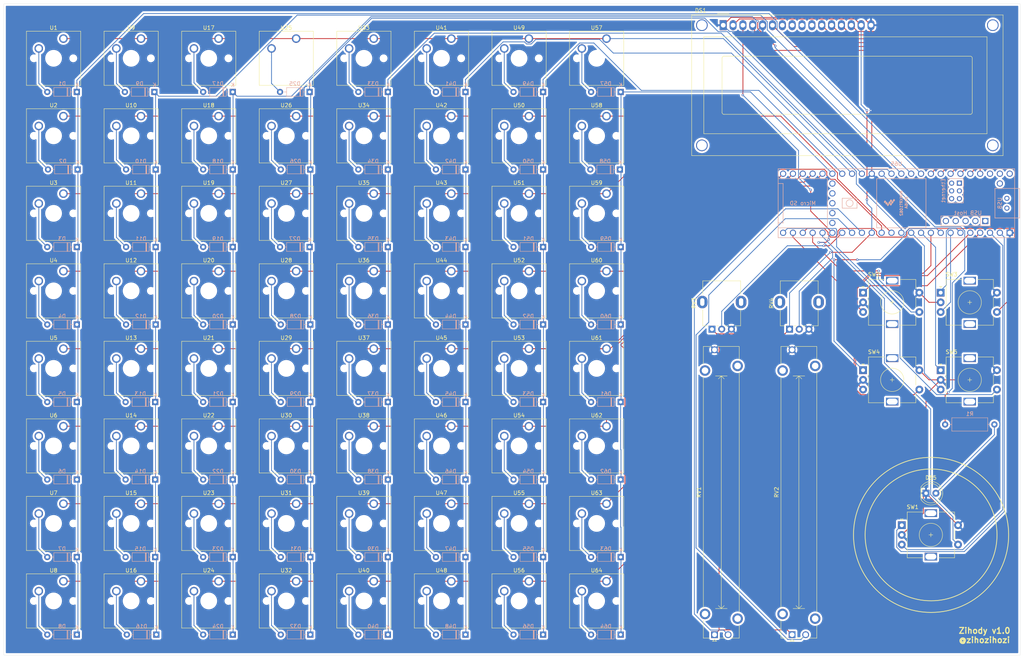
<source format=kicad_pcb>
(kicad_pcb (version 20240108) (generator "pcbnew") (generator_version "8.0")
  (layers (0 "F.Cu" signal) (31 "B.Cu" signal) (34 "B.Paste" user) (35 "F.Paste" user) (36 "B.SilkS" user "B.Silkscreen") (37 "F.SilkS" user "F.Silkscreen") (38 "B.Mask" user) (39 "F.Mask" user) (44 "Edge.Cuts" user))
  (net 0 "")
  (net 1 "Net-(D1-A)")
  (net 2 "Net-(D2-A)")
  (net 3 "Net-(D3-A)")
  (net 4 "Net-(D4-A)")
  (net 5 "Net-(D5-A)")
  (net 6 "Net-(D6-A)")
  (net 7 "Net-(D7-A)")
  (net 8 "Net-(D8-A)")
  (net 9 "Net-(D9-A)")
  (net 10 "Net-(D10-A)")
  (net 11 "Net-(D11-A)")
  (net 12 "Net-(D12-A)")
  (net 13 "Net-(D13-A)")
  (net 14 "Net-(D14-A)")
  (net 15 "Net-(D15-A)")
  (net 16 "Net-(D16-A)")
  (net 17 "Net-(D17-A)")
  (net 18 "Net-(D18-A)")
  (net 19 "Net-(D19-A)")
  (net 20 "Net-(D20-A)")
  (net 21 "Net-(D21-A)")
  (net 22 "Net-(D22-A)")
  (net 23 "Net-(D23-A)")
  (net 24 "Net-(D24-A)")
  (net 25 "Net-(D25-A)")
  (net 26 "Net-(D26-A)")
  (net 27 "Net-(D27-A)")
  (net 28 "Net-(D28-A)")
  (net 29 "Net-(D29-A)")
  (net 30 "Net-(D30-A)")
  (net 31 "Net-(D31-A)")
  (net 32 "Net-(D32-A)")
  (net 33 "Net-(D33-A)")
  (net 34 "Net-(D34-A)")
  (net 35 "Net-(D35-A)")
  (net 36 "Net-(D36-A)")
  (net 37 "Net-(D37-A)")
  (net 38 "Net-(D38-A)")
  (net 39 "Net-(D39-A)")
  (net 40 "Net-(D40-A)")
  (net 41 "Net-(D41-A)")
  (net 42 "Net-(D42-A)")
  (net 43 "Net-(D43-A)")
  (net 44 "Net-(D44-A)")
  (net 45 "Net-(D45-A)")
  (net 46 "Net-(D46-A)")
  (net 47 "Net-(D47-A)")
  (net 48 "Net-(D48-A)")
  (net 49 "Net-(D49-A)")
  (net 50 "Net-(D50-A)")
  (net 51 "Net-(D51-A)")
  (net 52 "Net-(D52-A)")
  (net 53 "Net-(D53-A)")
  (net 54 "Net-(D54-A)")
  (net 55 "Net-(D55-A)")
  (net 56 "Net-(D56-A)")
  (net 57 "Net-(D57-A)")
  (net 58 "Net-(D58-A)")
  (net 59 "Net-(D59-A)")
  (net 60 "Net-(D60-A)")
  (net 61 "Net-(D61-A)")
  (net 62 "Net-(D62-A)")
  (net 63 "Net-(D63-A)")
  (net 64 "Net-(D64-A)")
  (net 65 "Net-(D65-A)")
  (net 67 "/LCD13")
  (net 68 "/LCD6")
  (net 69 "/LCD11")
  (net 70 "/LCD4")
  (net 73 "/LCD14")
  (net 74 "/RV4")
  (net 75 "/LCD12")
  (net 77 "/LED")
  (net 78 "/RE12")
  (net 79 "/RE11")
  (net 80 "/RESW1")
  (net 81 "VCC")
  (net 82 "GND")
  (net 83 "/RV1")
  (net 84 "/RV2")
  (net 85 "/RV3")
  (net 86 "/RESW2")
  (net 87 "/RE22")
  (net 88 "/RE21")
  (net 89 "/RE31")
  (net 90 "/RE32")
  (net 91 "/RESW3")
  (net 92 "/RE41")
  (net 93 "/RESW4")
  (net 94 "/RE42")
  (net 95 "/ROW0")
  (net 96 "/RESW5")
  (net 97 "/RE51")
  (net 98 "/RE52")
  (net 106 "/ROW1")
  (net 107 "/COL0")
  (net 108 "/COL1")
  (net 109 "/COL2")
  (net 110 "/COL3")
  (net 111 "/COL4")
  (net 112 "/COL5")
  (net 113 "/COL6")
  (net 114 "/COL7")
  (net 115 "/ROW2")
  (net 116 "/ROW3")
  (net 117 "/ROW4")
  (net 118 "/ROW5")
  (net 119 "/ROW6")
  (net 120 "/ROW7")
  (footprint "Button_Switch_Keyboard:SW_Cherry_MX_1.00u_PCB" (layer "F.Cu") (at 85.35 96.96)
    (property "Reference" "U11")
    (property "Value" "~")
  )
  (footprint "Button_Switch_Keyboard:SW_Cherry_MX_1.00u_PCB" (layer "F.Cu") (at 205.35 56.96)
    (property "Reference" "U57")
    (property "Value" "~")
  )
  (footprint "Button_Switch_Keyboard:SW_Cherry_MX_1.00u_PCB" (layer "F.Cu") (at 205.35 76.96)
    (property "Reference" "U58")
    (property "Value" "~")
  )
  (footprint "Button_Switch_Keyboard:SW_Cherry_MX_1.00u_PCB" (layer "F.Cu") (at 205.35 156.96)
    (property "Reference" "U62")
    (property "Value" "~")
  )
  (footprint "Button_Switch_Keyboard:SW_Cherry_MX_1.00u_PCB" (layer "F.Cu") (at 185.35 76.96)
    (property "Reference" "U50")
    (property "Value" "~")
  )
  (footprint "Button_Switch_Keyboard:SW_Cherry_MX_1.00u_PCB" (layer "F.Cu") (at 125.35 56.96)
    (property "Reference" "U25")
    (property "Value" "~")
  )
  (footprint "Button_Switch_Keyboard:SW_Cherry_MX_1.00u_PCB" (layer "F.Cu") (at 105.35 76.96)
    (property "Reference" "U18")
    (property "Value" "~")
  )
  (footprint "Button_Switch_Keyboard:SW_Cherry_MX_1.00u_PCB" (layer "F.Cu") (at 105.35 176.96)
    (property "Reference" "U23")
    (property "Value" "~")
  )
  (footprint "Button_Switch_Keyboard:SW_Cherry_MX_1.00u_PCB" (layer "F.Cu") (at 185.35 136.96)
    (property "Reference" "U53")
    (property "Value" "~")
  )
  (footprint "Button_Switch_Keyboard:SW_Cherry_MX_1.00u_PCB" (layer "F.Cu") (at 205.35 176.96)
    (property "Reference" "U63")
    (property "Value" "~")
  )
  (footprint "Button_Switch_Keyboard:SW_Cherry_MX_1.00u_PCB" (layer "F.Cu") (at 185.35 176.96)
    (property "Reference" "U55")
    (property "Value" "~")
  )
  (footprint "Button_Switch_Keyboard:SW_Cherry_MX_1.00u_PCB" (layer "F.Cu") (at 105.35 96.96)
    (property "Reference" "U19")
    (property "Value" "~")
  )
  (footprint "Button_Switch_Keyboard:SW_Cherry_MX_1.00u_PCB" (layer "F.Cu") (at 165.35 196.96)
    (property "Reference" "U48")
    (property "Value" "~")
  )
  (footprint "Button_Switch_Keyboard:SW_Cherry_MX_1.00u_PCB" (layer "F.Cu") (at 85.35 56.96)
    (property "Reference" "U9")
    (property "Value" "~")
  )
  (footprint "Button_Switch_Keyboard:SW_Cherry_MX_1.00u_PCB" (layer "F.Cu") (at 205.35 196.96)
    (property "Reference" "U64")
    (property "Value" "~")
  )
  (footprint "Button_Switch_Keyboard:SW_Cherry_MX_1.00u_PCB" (layer "F.Cu") (at 125.35 176.96)
    (property "Reference" "U31")
    (property "Value" "~")
  )
  (footprint "Button_Switch_Keyboard:SW_Cherry_MX_1.00u_PCB" (layer "F.Cu") (at 125.35 116.96)
    (property "Reference" "U28")
    (property "Value" "~")
  )
  (footprint "Potentiometer_THT:Potentiometer_Bourns_PTA6043_Single_Slide" (layer "F.Cu") (at 233.2 210.75 90)
    (property "Reference" "RV1")
    (property "Value" "R_Potentiometer")
  )
  (footprint "Potentiometer_new:Potentiometer_RV09H_20SQ_Single_Vertical" (layer "F.Cu") (at 252.54 131.925 90)
    (property "Reference" "RV4")
    (property "Value" "R_Potentiometer")
  )
  (footprint "Button_Switch_Keyboard:SW_Cherry_MX_1.00u_PCB" (layer "F.Cu") (at 205.35 136.96)
    (property "Reference" "U61")
    (property "Value" "~")
  )
  (footprint "Button_Switch_Keyboard:SW_Cherry_MX_1.00u_PCB" (layer "F.Cu") (at 105.35 156.96)
    (property "Reference" "U22")
    (property "Value" "~")
  )
  (footprint "Rotary_Encoder:RotaryEncoder_Alps_EC11E-Switch_Vertical_H20mm" (layer "F.Cu") (at 291.5 142.5)
    (property "Reference" "SW5")
    (property "Value" "RotaryEncoder_Switch")
  )
  (footprint "Button_Switch_Keyboard:SW_Cherry_MX_1.00u_PCB" (layer "F.Cu") (at 85.35 176.96)
    (property "Reference" "U15")
    (property "Value" "~")
  )
  (footprint "Button_Switch_Keyboard:SW_Cherry_MX_1.00u_PCB" (layer "F.Cu") (at 85.35 196.96)
    (property "Reference" "U16")
    (property "Value" "~")
  )
  (footprint "Potentiometer_THT:Potentiometer_Bourns_PTA6043_Single_Slide" (layer "F.Cu") (at 253.2 210.75 90)
    (property "Reference" "RV2")
    (property "Value" "R_Potentiometer")
  )
  (footprint "Button_Switch_Keyboard:SW_Cherry_MX_1.00u_PCB" (layer "F.Cu") (at 125.35 136.96)
    (property "Reference" "U29")
    (property "Value" "~")
  )
  (footprint "Rotary_Encoder:RotaryEncoder_Alps_EC11E-Switch_Vertical_H20mm" (layer "F.Cu") (at 271.5 122.5)
    (property "Reference" "SW2")
    (property "Value" "RotaryEncoder_Switch")
  )
  (footprint "Button_Switch_Keyboard:SW_Cherry_MX_1.00u_PCB" (layer "F.Cu") (at 185.35 116.96)
    (property "Reference" "U52")
    (property "Value" "~")
  )
  (footprint "Button_Switch_Keyboard:SW_Cherry_MX_1.00u_PCB" (layer "F.Cu") (at 85.35 76.96)
    (property "Reference" "U10")
    (property "Value" "~")
  )
  (footprint "Button_Switch_Keyboard:SW_Cherry_MX_1.00u_PCB" (layer "F.Cu") (at 165.35 116.96)
    (property "Reference" "U44")
    (property "Value" "~")
  )
  (footprint "Button_Switch_Keyboard:SW_Cherry_MX_1.00u_PCB" (layer "F.Cu") (at 125.35 156.96)
    (property "Reference" "U30")
    (property "Value" "~")
  )
  (footprint "Button_Switch_Keyboard:SW_Cherry_MX_1.00u_PCB" (layer "F.Cu") (at 65.35 176.96)
    (property "Reference" "U7")
    (property "Value" "~")
  )
  (footprint "Button_Switch_Keyboard:SW_Cherry_MX_1.00u_PCB" (layer "F.Cu") (at 65.35 156.96)
    (property "Reference" "U6")
    (property "Value" "~")
  )
  (footprint "Button_Switch_Keyboard:SW_Cherry_MX_1.00u_PCB" (layer "F.Cu") (at 185.35 156.96)
    (property "Reference" "U54")
    (property "Value" "~")
  )
  (footprint "Button_Switch_Keyboard:SW_Cherry_MX_1.00u_PCB" (layer "F.Cu") (at 85.35 136.96)
    (property "Reference" "U13")
    (property "Value" "~")
  )
  (footprint "Button_Switch_Keyboard:SW_Cherry_MX_1.00u_PCB" (layer "F.Cu") (at 205.35 96.96)
    (property "Reference" "U59")
    (property "Value" "~")
  )
  (footprint "Button_Switch_Keyboard:SW_Cherry_MX_1.00u_PCB" (layer "F.Cu") (at 145.35 76.96)
    (property "Reference" "U34")
    (property "Value" "~")
  )
  (footprint "Button_Switch_Keyboard:SW_Cherry_MX_1.00u_PCB" (layer "F.Cu") (at 85.35 156.96)
    (property "Reference" "U14")
    (property "Value" "~")
  )
  (footprint "Button_Switch_Keyboard:SW_Cherry_MX_1.00u_PCB" (layer "F.Cu") (at 65.35 96.96)
    (property "Reference" "U3")
    (property "Value" "~")
  )
  (footprint "Button_Switch_Keyboard:SW_Cherry_MX_1.00u_PCB" (layer "F.Cu") (at 165.35 176.96)
    (property "Reference" "U47")
    (property "Value" "~")
  )
  (footprint "Button_Switch_Keyboard:SW_Cherry_MX_1.00u_PCB" (layer "F.Cu") (at 165.35 96.96)
    (property "Reference" "U43")
    (property "Value" "~")
  )
  (footprint "Button_Switch_Keyboard:SW_Cherry_MX_1.00u_PCB" (layer "F.Cu") (at 65.35 136.96)
    (property "Reference" "U5")
    (property "Value" "~")
  )
  (footprint "Button_Switch_Keyboard:SW_Cherry_MX_1.00u_PCB" (layer "F.Cu") (at 125.35 96.96)
    (property "Reference" "U27")
    (property "Value" "~")
  )
  (footprint "Rotary_Encoder:RotaryEncoder_Alps_EC11E-Switch_Vertical_H20mm" (layer "F.Cu") (at 271.5 142.5)
    (property "Reference" "SW4")
    (property "Value" "RotaryEncoder_Switch")
  )
  (footprint "Button_Switch_Keyboard:SW_Cherry_MX_1.00u_PCB" (layer "F.Cu") (at 65.35 196.96)
    (property "Reference" "U8")
    (property "Value" "~")
  )
  (footprint "Potentiometer_new:Potentiometer_RV09H_20SQ_Single_Vertical" (layer "F.Cu") (at 232.55 131.925 90)
    (property "Reference" "RV3")
    (property "Value" "R_Potentiometer")
  )
  (footprint "Button_Switch_Keyboard:SW_Cherry_MX_1.00u_PCB" (layer "F.Cu") (at 165.35 156.96)
    (property "Reference" "U46")
    (property "Value" "~")
  )
  (footprint "Button_Switch_Keyboard:SW_Cherry_MX_1.00u_PCB" (layer "F.Cu") (at 105.35 136.96)
    (property "Reference" "U21")
    (property "Value" "~")
  )
  (footprint "Button_Switch_Keyboard:SW_Cherry_MX_1.00u_PCB" (layer "F.Cu") (at 85.35 116.96)
    (property "Reference" "U12")
    (property "Value" "~")
  )
  (footprint "Button_Switch_Keyboard:SW_Cherry_MX_1.00u_PCB" (layer "F.Cu") (at 185.35 96.96)
    (property "Reference" "U51")
    (property "Value" "~")
  )
  (footprint "Button_Switch_Keyboard:SW_Cherry_MX_1.00u_PCB" (layer "F.Cu") (at 125.35 76.96)
    (property "Reference" "U26")
    (property "Value" "~")
  )
  (footprint "Button_Switch_Keyboard:SW_Cherry_MX_1.00u_PCB" (layer "F.Cu") (at 165.35 136.96)
    (property "Reference" "U45")
    (property "Value" "~")
  )
  (footprint "Button_Switch_Keyboard:SW_Cherry_MX_1.00u_PCB" (layer "F.Cu") (at 105.35 56.96)
    (property "Reference" "U17")
    (property "Value" "~")
  )
  (footprint "Button_Switch_Keyboard:SW_Cherry_MX_1.00u_PCB" (layer "F.Cu") (at 165.35 76.96)
    (property "Reference" "U42")
    (property "Value" "~")
  )
  (footprint "Button_Switch_Keyboard:SW_Cherry_MX_1.00u_PCB" (layer "F.Cu") (at 185.35 56.96)
    (property "Reference" "U49")
    (property "Value" "~")
  )
  (footprint "Button_Switch_Keyboard:SW_Cherry_MX_1.00u_PCB" (layer "F.Cu") (at 145.35 56.96)
    (property "Reference" "U33")
    (property "Value" "~")
  )
  (footprint "Button_Switch_Keyboard:SW_Cherry_MX_1.00u_PCB" (layer "F.Cu") (at 65.35 116.96)
    (property "Reference" "U4")
    (property "Value" "~")
  )
  (footprint "LED_THT:LED_D5.0mm_FlatTop" (layer "F.Cu") (at 287.725 174.25)
    (property "Reference" "D65")
    (property "Value" "LED")
  )
  (footprint "Button_Switch_Keyboard:SW_Cherry_MX_1.00u_PCB" (layer "F.Cu") (at 145.35 176.96)
    (property "Reference" "U39")
    (property "Value" "~")
  )
  (footprint "Button_Switch_Keyboard:SW_Cherry_MX_1.00u_PCB" (layer "F.Cu") (at 65.35 56.96)
    (property "Reference" "U1")
    (property "Value" "~")
  )
  (footprint "Rotary_Encoder:RotaryEncoder_Alps_EC11E-Switch_Vertical_H20mm" (layer "F.Cu") (at 291.5 122.5)
    (property "Reference" "SW3")
    (property "Value" "RotaryEncoder_Switch")
  )
  (footprint "Button_Switch_Keyboard:SW_Cherry_MX_1.00u_PCB" (layer "F.Cu") (at 185.35 196.96)
    (property "Reference" "U56")
    (property "Value" "~")
  )
  (footprint "Button_Switch_Keyboard:SW_Cherry_MX_1.00u_PCB" (layer "F.Cu") (at 65.35 76.96)
    (property "Reference" "U2")
    (property "Value" "~")
  )
  (footprint "Display:WC1602A" (layer "F.Cu") (at 235.44 53.5)
    (property "Reference" "DS1")
    (property "Value" "WC1602A")
  )
  (footprint "Button_Switch_Keyboard:SW_Cherry_MX_1.00u_PCB" (layer "F.Cu") (at 105.35 196.96)
    (property "Reference" "U24")
    (property "Value" "~")
  )
  (footprint "Button_Switch_Keyboard:SW_Cherry_MX_1.00u_PCB" (layer "F.Cu") (at 105.35 116.96)
    (property "Reference" "U20")
    (property "Value" "~")
  )
  (footprint "Button_Switch_Keyboard:SW_Cherry_MX_1.00u_PCB" (layer "F.Cu") (at 145.35 96.96)
    (property "Reference" "U35")
    (property "Value" "~")
  )
  (footprint "Button_Switch_Keyboard:SW_Cherry_MX_1.00u_PCB" (layer "F.Cu") (at 145.35 196.96)
    (property "Reference" "U40")
    (property "Value" "~")
  )
  (footprint "Button_Switch_Keyboard:SW_Cherry_MX_1.00u_PCB" (layer "F.Cu") (at 205.35 116.96)
    (property "Reference" "U60")
    (property "Value" "~")
  )
  (footprint "Button_Switch_Keyboard:SW_Cherry_MX_1.00u_PCB" (layer "F.Cu") (at 145.35 116.96)
    (property "Reference" "U36")
    (property "Value" "~")
  )
  (footprint "Button_Switch_Keyboard:SW_Cherry_MX_1.00u_PCB" (layer "F.Cu") (at 145.35 136.96)
    (property "Reference" "U37")
    (property "Value" "~")
  )
  (footprint "Button_Switch_Keyboard:SW_Cherry_MX_1.00u_PCB" (layer "F.Cu") (at 145.35 156.96)
    (property "Reference" "U38")
    (property "Value" "~")
  )
  (footprint "Button_Switch_Keyboard:SW_Cherry_MX_1.00u_PCB" (layer "F.Cu") (at 125.35 196.96)
    (property "Reference" "U32")
    (property "Value" "~")
  )
  (footprint "Rotary_Encoder:RotaryEncoder_Alps_EC11E-Switch_Vertical_H20mm" (layer "F.Cu") (at 281.475 182.5)
    (property "Reference" "SW1")
    (property "Value" "RotaryEncoder_Switch")
  )
  (footprint "Button_Switch_Keyboard:SW_Cherry_MX_1.00u_PCB" (layer "F.Cu") (at 165.35 56.96)
    (property "Reference" "U41")
    (property "Value" "~")
  )
  (footprint "Diode_THT:D_DO-35_SOD27_P7.62mm_Horizontal" (layer "B.Cu") (at 209 170.72 180)
    (property "Reference" "D62")
    (property "Value" "1N4148")
  )
  (footprint "Diode_THT:D_DO-35_SOD27_P7.62mm_Horizontal" (layer "B.Cu") (at 209 130.72 180)
    (property "Reference" "D60")
    (property "Value" "1N4148")
  )
  (footprint "Diode_THT:D_DO-35_SOD27_P7.62mm_Horizontal" (layer "B.Cu") (at 149 110.72 180)
    (property "Reference" "D35")
    (property "Value" "1N4148")
  )
  (footprint "Diode_THT:D_DO-35_SOD27_P7.62mm_Horizontal" (layer "B.Cu") (at 89.12 110.72 180)
    (property "Reference" "D11")
    (property "Value" "1N4148")
  )
  (footprint "Diode_THT:D_DO-35_SOD27_P7.62mm_Horizontal" (layer "B.Cu") (at 129 90.72 180)
    (property "Reference" "D26")
    (property "Value" "1N4148")
  )
  (footprint "Diode_THT:D_DO-35_SOD27_P7.62mm_Horizontal" (layer "B.Cu") (at 149 70.72 180)
    (property "Reference" "D33")
    (property "Value" "1N4148")
  )
  (footprint "Diode_THT:D_DO-35_SOD27_P7.62mm_Horizontal" (layer "B.Cu") (at 109 190.72 180)
    (property "Reference" "D23")
    (property "Value" "1N4148")
  )
  (footprint "Resistor_THT:R_Axial_DIN0309_L9.0mm_D3.2mm_P12.70mm_Horizontal" (layer "B.Cu") (at 305.35 156.5 180)
    (property "Reference" "R1")
    (property "Value" "R")
  )
  (footprint "Diode_THT:D_DO-35_SOD27_P7.62mm_Horizontal" (layer "B.Cu") (at 68.81 170.72 180)
    (property "Reference" "D6")
    (property "Value" "1N4148")
  )
  (footprint "Diode_THT:D_DO-35_SOD27_P7.62mm_Horizontal" (layer "B.Cu") (at 189 90.72 180)
    (property "Reference" "D50")
    (property "Value" "1N4148")
  )
  (footprint "Diode_THT:D_DO-35_SOD27_P7.62mm_Horizontal" (layer "B.Cu") (at 128.81 110.72 180)
    (property "Reference" "D27")
    (property "Value" "1N4148")
  )
  (footprint "Diode_THT:D_DO-35_SOD27_P7.62mm_Horizontal" (layer "B.Cu") (at 169 190.72 180)
    (property "Reference" "D47")
    (property "Value" "1N4148")
  )
  (footprint "Diode_THT:D_DO-35_SOD27_P7.62mm_Horizontal" (layer "B.Cu") (at 109 210.72 180)
    (property "Reference" "D24")
    (property "Value" "1N4148")
  )
  (footprint "teensy.pretty-master:Teensy41" (layer "B.Cu") (at 280.0892 99.4308 180)
    (property "Reference" "U65")
    (property "Value" "Teensy4.1")
  )
  (footprint "Diode_THT:D_DO-35_SOD27_P7.62mm_Horizontal" (layer "B.Cu") (at 169 110.72 180)
    (property "Reference" "D43")
    (property "Value" "1N4148")
  )
  (footprint "Diode_THT:D_DO-35_SOD27_P7.62mm_Horizontal" (layer "B.Cu") (at 68.81 210.72 180)
    (property "Reference" "D8")
    (property "Value" "1N4148")
  )
  (footprint "Diode_THT:D_DO-35_SOD27_P7.62mm_Horizontal" (layer "B.Cu") (at 149 210.72 180)
    (property "Reference" "D40")
    (property "Value" "1N4148")
  )
  (footprint "Diode_THT:D_DO-35_SOD27_P7.62mm_Horizontal" (layer "B.Cu") (at 149 170.72 180)
    (property "Reference" "D38")
    (property "Value" "1N4148")
  )
  (footprint "Diode_THT:D_DO-35_SOD27_P7.62mm_Horizontal" (layer "B.Cu") (at 169 170.72 180)
    (property "Reference" "D46")
    (property "Value" "1N4148")
  )
  (footprint "Diode_THT:D_DO-35_SOD27_P7.62mm_Horizontal" (layer "B.Cu") (at 149 90.72 180)
    (property "Reference" "D34")
    (property "Value" "1N4148")
  )
  (footprint "Diode_THT:D_DO-35_SOD27_P7.62mm_Horizontal" (layer "B.Cu") (at 109 70.72 180)
    (property "Reference" "D17")
    (property "Value" "1N4148")
  )
  (footprint "Diode_THT:D_DO-35_SOD27_P7.62mm_Horizontal" (layer "B.Cu") (at 169 90.72 180)
    (property "Reference" "D42")
    (property "Value" "1N4148")
  )
  (footprint "Diode_THT:D_DO-35_SOD27_P7.62mm_Horizontal" (layer "B.Cu") (at 129 130.72 180)
    (property "Reference" "D28")
    (property "Value" "1N4148")
  )
  (footprint "Diode_THT:D_DO-35_SOD27_P7.62mm_Horizontal" (layer "B.Cu") (at 209 210.72 180)
    (property "Reference" "D64")
    (property "Value" "1N4148")
  )
  (footprint "Diode_THT:D_DO-35_SOD27_P7.62mm_Horizontal" (layer "B.Cu") (at 209 110.72 180)
    (property "Reference" "D59")
    (property "Value" "1N4148")
  )
  (footprint "Diode_THT:D_DO-35_SOD27_P7.62mm_Horizontal" (layer "B.Cu") (at 128.81 70.72 180)
    (property "Reference" "D25")
    (property "Value" "1N4148")
  )
  (footprint "Diode_THT:D_DO-35_SOD27_P7.62mm_Horizontal" (layer "B.Cu") (at 88.81 70.72 180)
    (property "Reference" "D9")
    (property "Value" "1N4148")
  )
  (footprint "Diode_THT:D_DO-35_SOD27_P7.62mm_Horizontal" (layer "B.Cu") (at 149 150.72 180)
    (property "Reference" "D37")
    (property "Value" "1N4148")
  )
  (footprint "Diode_THT:D_DO-35_SOD27_P7.62mm_Horizontal" (layer "B.Cu") (at 109 90.72 180)
    (property "Reference" "D18")
    (property "Value" "1N4148")
  )
  (footprint "Diode_THT:D_DO-35_SOD27_P7.62mm_Horizontal" (layer "B.Cu") (at 189 70.72 180)
    (property "Reference" "D49")
    (property "Value" "1N4148")
  )
  (footprint "Diode_THT:D_DO-35_SOD27_P7.62mm_Horizontal" (layer "B.Cu") (at 69 90.72 180)
    (property "Reference" "D2")
    (property "Value" "1N4148")
  )
  (footprint "Diode_THT:D_DO-35_SOD27_P7.62mm_Horizontal" (layer "B.Cu") (at 89 150.72 180)
    (property "Reference" "D13")
    (property "Value" "1N4148")
  )
  (footprint "Diode_THT:D_DO-35_SOD27_P7.62mm_Horizontal" (layer "B.Cu") (at 149 190.72 180)
    (property "Reference" "D39")
    (property "Value" "1N4148")
  )
  (footprint "Diode_THT:D_DO-35_SOD27_P7.62mm_Horizontal" (layer "B.Cu") (at 109 170.72 180)
    (property "Reference" "D22")
    (property "Value" "1N4148")
  )
  (footprint "Diode_THT:D_DO-35_SOD27_P7.62mm_Horizontal" (layer "B.Cu") (at 189 130.72 180)
    (property "Reference" "D52")
    (property "Value" "1N4148")
  )
  (footprint "Diode_THT:D_DO-35_SOD27_P7.62mm_Horizontal" (layer "B.Cu") (at 68.81 70.72 180)
    (property "Reference" "D1")
    (property "Value" "1N4148")
  )
  (footprint "Diode_THT:D_DO-35_SOD27_P7.62mm_Horizontal" (layer "B.Cu") (at 149 130.72 180)
    (property "Reference" "D36")
    (property "Value" "1N4148")
  )
  (footprint "Diode_THT:D_DO-35_SOD27_P7.62mm_Horizontal" (layer "B.Cu") (at 189 150.72 180)
    (property "Reference" "D53")
    (property "Value" "1N4148")
  )
  (footprint "Diode_THT:D_DO-35_SOD27_P7.62mm_Horizontal" (layer "B.Cu") (at 129 150.72 180)
    (property "Reference" "D29")
    (property "Value" "1N4148")
  )
  (footprint "Diode_THT:D_DO-35_SOD27_P7.62mm_Horizontal" (layer "B.Cu") (at 209 190.72 180)
    (property "Reference" "D63")
    (property "Value" "1N4148")
  )
  (footprint "Diode_THT:D_DO-35_SOD27_P7.62mm_Horizontal" (layer "B.Cu") (at 169 210.72 180)
    (property "Reference" "D48")
    (property "Value" "1N4148")
  )
  (footprint "Diode_THT:D_DO-35_SOD27_P7.62mm_Horizontal" (layer "B.Cu") (at 89.12 130.72 180)
    (property "Reference" "D12")
    (property "Value" "1N4148")
  )
  (footprint "Diode_THT:D_DO-35_SOD27_P7.62mm_Horizontal" (layer "B.Cu") (at 129 210.72 180)
    (property "Reference" "D32")
    (property "Value" "1N4148")
  )
  (footprint "Diode_THT:D_DO-35_SOD27_P7.62mm_Horizontal" (layer "B.Cu") (at 89 190.72 180)
    (property "Reference" "D15")
    (property "Value" "1N4148")
  )
  (footprint "Diode_THT:D_DO-35_SOD27_P7.62mm_Horizontal" (layer "B.Cu") (at 189 110.72 180)
    (property "Reference" "D51")
    (property "Value" "1N4148")
  )
  (footprint "Diode_THT:D_DO-35_SOD27_P7.62mm_Horizontal" (layer "B.Cu") (at 169 70.72 180)
    (property "Reference" "D41")
    (property "Value" "1N4148")
  )
  (footprint "Diode_THT:D_DO-35_SOD27_P7.62mm_Horizontal" (layer "B.Cu") (at 169 150.72 180)
    (property "Reference" "D45")
    (property "Value" "1N4148")
  )
  (footprint "Diode_THT:D_DO-35_SOD27_P7.62mm_Horizontal" (layer "B.Cu") (at 68.81 150.72 180)
    (property "Reference" "D5")
    (property "Value" "1N4148")
  )
  (footprint "Diode_THT:D_DO-35_SOD27_P7.62mm_Horizontal" (layer "B.Cu") (at 109 130.72 180)
    (property "Reference" "D20")
    (property "Value" "1N4148")
  )
  (footprint "Diode_THT:D_DO-35_SOD27_P7.62mm_Horizontal" (layer "B.Cu") (at 189 190.72 180)
    (property "Reference" "D55")
    (property "Value" "1N4148")
  )
  (footprint "Diode_THT:D_DO-35_SOD27_P7.62mm_Horizontal" (layer "B.Cu") (at 208.81 90.72 180)
    (property "Reference" "D58")
    (property "Value" "1N4148")
  )
  (footprint "Diode_THT:D_DO-35_SOD27_P7.62mm_Horizontal" (layer "B.Cu") (at 189 170.72 180)
    (property "Reference" "D54")
    (property "Value" "1N4148")
  )
  (footprint "Diode_THT:D_DO-35_SOD27_P7.62mm_Horizontal" (layer "B.Cu") (at 89.31 210.72 180)
    (property "Reference" "D16")
    (property "Value" "1N4148")
  )
  (footprint "Diode_THT:D_DO-35_SOD27_P7.62mm_Horizontal" (layer "B.Cu") (at 89 170.72 180)
    (property "Reference" "D14")
    (property "Value" "1N4148")
  )
  (footprint "Diode_THT:D_DO-35_SOD27_P7.62mm_Horizontal" (layer "B.Cu") (at 189 210.72 180)
    (property "Reference" "D56")
    (property "Value" "1N4148")
  )
  (footprint "Diode_THT:D_DO-35_SOD27_P7.62mm_Horizontal" (layer "B.Cu") (at 209 150.72 180)
    (property "Reference" "D61")
    (property "Value" "1N4148")
  )
  (footprint "Diode_THT:D_DO-35_SOD27_P7.62mm_Horizontal" (layer "B.Cu") (at 109 150.72 180)
    (property "Reference" "D21")
    (property "Value" "1N4148")
  )
  (footprint "Diode_THT:D_DO-35_SOD27_P7.62mm_Horizontal" (layer "B.Cu") (at 129 190.72 180)
    (property "Reference" "D31")
    (property "Value" "1N4148")
  )
  (footprint "Diode_THT:D_DO-35_SOD27_P7.62mm_Horizontal" (layer "B.Cu") (at 129 170.72 180)
    (property "Reference" "D30")
    (property "Value" "1N4148")
  )
  (footprint "Diode_THT:D_DO-35_SOD27_P7.62mm_Horizontal" (layer "B.Cu") (at 68.81 130.72 180)
    (property "Reference" "D4")
    (property "Value" "1N4148")
  )
  (footprint "Diode_THT:D_DO-35_SOD27_P7.62mm_Horizontal" (layer "B.Cu") (at 109 110.72 180)
    (property "Reference" "D19")
    (property "Value" "1N4148")
  )
  (footprint "Diode_THT:D_DO-35_SOD27_P7.62mm_Horizontal" (layer "B.Cu") (at 89.12 90.72 180)
    (property "Reference" "D10")
    (property "Value" "1N4148")
  )
  (footprint "Diode_THT:D_DO-35_SOD27_P7.62mm_Horizontal" (layer "B.Cu") (at 209 70.72 180)
    (property "Reference" "D57")
    (property "Value" "1N4148")
  )
  (footprint "Diode_THT:D_DO-35_SOD27_P7.62mm_Horizontal" (layer "B.Cu") (at 68.81 190.72 180)
    (property "Reference" "D7")
    (property "Value" "1N4148")
  )
  (footprint "Diode_THT:D_DO-35_SOD27_P7.62mm_Horizontal" (layer "B.Cu") (at 169 130.72 180)
    (property "Reference" "D44")
    (property "Value" "1N4148")
  )
  (footprint "Diode_THT:D_DO-35_SOD27_P7.62mm_Horizontal" (layer "B.Cu") (at 68.81 110.72 180)
    (property "Reference" "D3")
    (property "Value" "1N4148")
  )
  (gr_circle (center 289.025 185) (end 309.025 185) (stroke (width 0.2)) (fill none) (layer "F.SilkS"))
  (gr_circle (center 289.025 185) (end 306.025 185) (stroke (width 0.2)) (fill none) (layer "F.SilkS"))
  (gr_rect (start 50 48) (end 312 216) (stroke (width 0.05)) (fill none) (layer "Edge.Cuts"))
  (gr_text "Zihody v1.0\n@zihozihozi" (at 296 213 0) (layer "F.SilkS") (effects (font (size 1.5 1.5) (thickness 0.3) (bold yes)) (justify left bottom)))
  (segment (start 59 68.53) (end 61.19 70.72) (width 0.2) (layer "B.Cu") (net 1))
  (segment (start 59 59.5) (end 59 68.53) (width 0.2) (layer "B.Cu") (net 1))
  (segment (start 59 88.34) (end 61.38 90.72) (width 0.2) (layer "B.Cu") (net 2))
  (segment (start 59 79.5) (end 59 88.34) (width 0.2) (layer "B.Cu") (net 2))
  (segment (start 59 99.5) (end 59 108.53) (width 0.2) (layer "B.Cu") (net 3))
  (segment (start 59 108.53) (end 61.19 110.72) (width 0.2) (layer "B.Cu") (net 3))
  (segment (start 59 128.53) (end 61.19 130.72) (width 0.2) (layer "B.Cu") (net 4))
  (segment (start 59 119.5) (end 59 128.53) (width 0.2) (layer "B.Cu") (net 4))
  (segment (start 59 139.5) (end 59 148.53) (width 0.2) (layer "B.Cu") (net 5))
  (segment (start 59 148.53) (end 61.19 150.72) (width 0.2) (layer "B.Cu") (net 5))
  (segment (start 59 159.5) (end 59 168.53) (width 0.2) (layer "B.Cu") (net 6))
  (segment (start 59 168.53) (end 61.19 170.72) (width 0.2) (layer "B.Cu") (net 6))
  (segment (start 59 179.5) (end 59 188.53) (width 0.2) (layer "B.Cu") (net 7))
  (segment (start 59 188.53) (end 61.19 190.72) (width 0.2) (layer "B.Cu") (net 7))
  (segment (start 59 208.53) (end 61.19 210.72) (width 0.2) (layer "B.Cu") (net 8))
  (segment (start 59 199.5) (end 59 208.53) (width 0.2) (layer "B.Cu") (net 8))
  (segment (start 79 68.53) (end 81.19 70.72) (width 0.2) (layer "B.Cu") (net 9))
  (segment (start 79 59.5) (end 79 68.53) (width 0.2) (layer "B.Cu") (net 9))
  (segment (start 79 79.5) (end 79 88.22) (width 0.2) (layer "B.Cu") (net 10))
  (segment (start 79 88.22) (end 81.5 90.72) (width 0.2) (layer "B.Cu") (net 10))
  (segment (start 79 99.5) (end 79 108.22) (width 0.2) (layer "B.Cu") (net 11))
  (segment (start 79 108.22) (end 81.5 110.72) (width 0.2) (layer "B.Cu") (net 11))
  (segment (start 79 119.5) (end 79 128.22) (width 0.2) (layer "B.Cu") (net 12))
  (segment (start 79 128.22) (end 81.5 130.72) (width 0.2) (layer "B.Cu") (net 12))
  (segment (start 79 148.34) (end 81.38 150.72) (width 0.2) (layer "B.Cu") (net 13))
  (segment (start 79 139.5) (end 79 148.34) (width 0.2) (layer "B.Cu") (net 13))
  (segment (start 81.38 170.72) (end 79 168.34) (width 0.2) (layer "B.Cu") (net 14))
  (segment (start 79 168.34) (end 79 159.5) (width 0.2) (layer "B.Cu") (net 14))
  (segment (start 79 188.34) (end 81.38 190.72) (width 0.2) (layer "B.Cu") (net 15))
  (segment (start 79 179.5) (end 79 188.34) (width 0.2) (layer "B.Cu") (net 15))
  (segment (start 79 208.03) (end 81.69 210.72) (width 0.2) (layer "B.Cu") (net 16))
  (segment (start 79 199.5) (end 79 208.03) (width 0.2) (layer "B.Cu") (net 16))
  (segment (start 99 68.34) (end 101.38 70.72) (width 0.2) (layer "B.Cu") (net 17))
  (segment (start 99 59.5) (end 99 68.34) (width 0.2) (layer "B.Cu") (net 17))
  (segment (start 99 79.5) (end 99 88.34) (width 0.2) (layer "B.Cu") (net 18))
  (segment (start 99 88.34) (end 101.38 90.72) (width 0.2) (layer "B.Cu") (net 18))
  (segment (start 99 99.5) (end 99 108.34) (width 0.2) (layer "B.Cu") (net 19))
  (segment (start 99 108.34) (end 101.38 110.72) (width 0.2) (layer "B.Cu") (net 19))
  (segment (start 99 119.5) (end 99 128.34) (width 0.2) (layer "B.Cu") (net 20))
  (segment (start 99 128.34) (end 101.38 130.72) (width 0.2) (layer "B.Cu") (net 20))
  (segment (start 99 148.34) (end 99 139.5) (width 0.2) (layer "B.Cu") (net 21))
  (segment (start 101.38 150.72) (end 99 148.34) (width 0.2) (layer "B.Cu") (net 21))
  (segment (start 99 168.34) (end 99 159.5) (width 0.2) (layer "B.Cu") (net 22))
  (segment (start 101.38 170.72) (end 99 168.34) (width 0.2) (layer "B.Cu") (net 22))
  (segment (start 99 188.34) (end 101.38 190.72) (width 0.2) (layer "B.Cu") (net 23))
  (segment (start 99 179.5) (end 99 188.34) (width 0.2) (layer "B.Cu") (net 23))
  (segment (start 99 208.34) (end 101.38 210.72) (width 0.2) (layer "B.Cu") (net 24))
  (segment (start 99 199.5) (end 99 208.34) (width 0.2) (layer "B.Cu") (net 24))
  (segment (start 119 68.53) (end 121.19 70.72) (width 0.2) (layer "B.Cu") (net 25))
  (segment (start 119 59.5) (end 119 68.53) (width 0.2) (layer "B.Cu") (net 25))
  (segment (start 119 79.5) (end 119 88.34) (width 0.2) (layer "B.Cu") (net 26))
  (segment (start 119 88.34) (end 121.38 90.72) (width 0.2) (layer "B.Cu") (net 26))
  (segment (start 119 108.53) (end 121.19 110.72) (width 0.2) (layer "B.Cu") (net 27))
  (segment (start 119 99.5) (end 119 108.53) (width 0.2) (layer "B.Cu") (net 27))
  (segment (start 119 119.5) (end 119 128.34) (width 0.2) (layer "B.Cu") (net 28))
  (segment (start 119 128.34) (end 121.38 130.72) (width 0.2) (layer "B.Cu") (net 28))
  (segment (start 119 139.5) (end 119 148.34) (width 0.2) (layer "B.Cu") (net 29))
  (segment (start 119 148.34) (end 121.38 150.72) (width 0.2) (layer "B.Cu") (net 29))
  (segment (start 119 168.34) (end 121.38 170.72) (width 0.2) (layer "B.Cu") (net 30))
  (segment (start 119 159.5) (end 119 168.34) (width 0.2) (layer "B.Cu") (net 30))
  (segment (start 119 179.5) (end 119 188.34) (width 0.2) (layer "B.Cu") (net 31))
  (segment (start 119 188.34) (end 121.38 190.72) (width 0.2) (layer "B.Cu") (net 31))
  (segment (start 119 199.5) (end 119 208.34) (width 0.2) (layer "B.Cu") (net 32))
  (segment (start 119 208.34) (end 121.38 210.72) (width 0.2) (layer "B.Cu") (net 32))
  (segment (start 139 59.5) (end 139 68.34) (width 0.2) (layer "B.Cu") (net 33))
  (segment (start 139 68.34) (end 141.38 70.72) (width 0.2) (layer "B.Cu") (net 33))
  (segment (start 139 88.34) (end 141.38 90.72) (width 0.2) (layer "B.Cu") (net 34))
  (segment (start 139 79.5) (end 139 88.34) (width 0.2) (layer "B.Cu") (net 34))
  (segment (start 139 99.5) (end 139 108.34) (width 0.2) (layer "B.Cu") (net 35))
  (segment (start 139 108.34) (end 141.38 110.72) (width 0.2) (layer "B.Cu") (net 35))
  (segment (start 139 128.34) (end 141.38 130.72) (width 0.2) (layer "B.Cu") (net 36))
  (segment (start 139 119.5) (end 139 128.34) (width 0.2) (layer "B.Cu") (net 36))
  (segment (start 139 139.5) (end 139 148.34) (width 0.2) (layer "B.Cu") (net 37))
  (segment (start 139 148.34) (end 141.38 150.72) (width 0.2) (layer "B.Cu") (net 37))
  (segment (start 139 168.34) (end 141.38 170.72) (width 0.2) (layer "B.Cu") (net 38))
  (segment (start 139 159.5) (end 139 168.34) (width 0.2) (layer "B.Cu") (net 38))
  (segment (start 139 179.5) (end 139 188.34) (width 0.2) (layer "B.Cu") (net 39))
  (segment (start 139 188.34) (end 141.38 190.72) (width 0.2) (layer "B.Cu") (net 39))
  (segment (start 139 199.5) (end 139 208.34) (width 0.2) (layer "B.Cu") (net 40))
  (segment (start 139 208.34) (end 141.38 210.72) (width 0.2) (layer "B.Cu") (net 40))
  (segment (start 159 68.34) (end 161.38 70.72) (width 0.2) (layer "B.Cu") (net 41))
  (segment (start 159 59.5) (end 159 68.34) (width 0.2) (layer "B.Cu") (net 41))
  (segment (start 159 79.5) (end 159 88.34) (width 0.2) (layer "B.Cu") (net 42))
  (segment (start 159 88.34) (end 161.38 90.72) (width 0.2) (layer "B.Cu") (net 42))
  (segment (start 159 108.34) (end 161.38 110.72) (width 0.2) (layer "B.Cu") (net 43))
  (segment (start 159 99.5) (end 159 108.34) (width 0.2) (layer "B.Cu") (net 43))
  (segment (start 159 119.5) (end 159 128.34) (width 0.2) (layer "B.Cu") (net 44))
  (segment (start 159 128.34) (end 161.38 130.72) (width 0.2) (layer "B.Cu") (net 44))
  (segment (start 159 148.34) (end 161.38 150.72) (width 0.2) (layer "B.Cu") (net 45))
  (segment (start 159 139.5) (end 159 148.34) (width 0.2) (layer "B.Cu") (net 45))
  (segment (start 161.38 170.72) (end 159 168.34) (width 0.2) (layer "B.Cu") (net 46))
  (segment (start 159 168.34) (end 159 159.5) (width 0.2) (layer "B.Cu") (net 46))
  (segment (start 159 159.5) (end 159.25 159.75) (width 0.2) (layer "B.Cu") (net 46))
  (segment (start 159 188.34) (end 159 179.5) (width 0.2) (layer "B.Cu") (net 47))
  (segment (start 161.38 190.72) (end 159 188.34) (width 0.2) (layer "B.Cu") (net 47))
  (segment (start 159 208.34) (end 161.38 210.72) (width 0.2) (layer "B.Cu") (net 48))
  (segment (start 159 199.5) (end 159 208.34) (width 0.2) (layer "B.Cu") (net 48))
  (segment (start 179 68.34) (end 179 59.5) (width 0.2) (layer "B.Cu") (net 49))
  (segment (start 181.38 70.72) (end 179 68.34) (width 0.2) (layer "B.Cu") (net 49))
  (segment (start 179 79.5) (end 179 88.34) (width 0.2) (layer "B.Cu") (net 50))
  (segment (start 179 88.34) (end 181.38 90.72) (width 0.2) (layer "B.Cu") (net 50))
  (segment (start 179 108.34) (end 181.38 110.72) (width 0.2) (layer "B.Cu") (net 51))
  (segment (start 179 99.5) (end 179 108.34) (width 0.2) (layer "B.Cu") (net 51))
  (segment (start 179 119.5) (end 179 128.34) (width 0.2) (layer "B.Cu") (net 52))
  (segment (start 179 128.34) (end 181.38 130.72) (width 0.2) (layer "B.Cu") (net 52))
  (segment (start 179 148.34) (end 181.38 150.72) (width 0.2) (layer "B.Cu") (net 53))
  (segment (start 179 139.5) (end 179 148.34) (width 0.2) (layer "B.Cu") (net 53))
  (segment (start 179 168.34) (end 181.38 170.72) (width 0.2) (layer "B.Cu") (net 54))
  (segment (start 179 159.5) (end 179 168.34) (width 0.2) (layer "B.Cu") (net 54))
  (segment (start 179 188.34) (end 179 179.5) (width 0.2) (layer "B.Cu") (net 55))
  (segment (start 181.38 190.72) (end 179 188.34) (width 0.2) (layer "B.Cu") (net 55))
  (segment (start 179 208.34) (end 181.38 210.72) (width 0.2) (layer "B.Cu") (net 56))
  (segment (start 179 199.5) (end 179 208.34) (width 0.2) (layer "B.Cu") (net 56))
  (segment (start 199 59.5) (end 199 68.34) (width 0.2) (layer "B.Cu") (net 57))
  (segment (start 199 68.34) (end 201.38 70.72) (width 0.2) (layer "B.Cu") (net 57))
  (segment (start 199 88.53) (end 201.19 90.72) (width 0.2) (layer "B.Cu") (net 58))
  (segment (start 199 79.5) (end 199 88.53) (width 0.2) (layer "B.Cu") (net 58))
  (segment (start 199 99.5) (end 199 108.34) (width 0.2) (layer "B.Cu") (net 59))
  (segment (start 199 108.34) (end 201.38 110.72) (width 0.2) (layer "B.Cu") (net 59))
  (segment (start 199 128.34) (end 201.38 130.72) (width 0.2) (layer "B.Cu") (net 60))
  (segment (start 199 119.5) (end 199 128.34) (width 0.2) (layer "B.Cu") (net 60))
  (segment (start 199 139.5) (end 199 148.34) (width 0.2) (layer "B.Cu") (net 61))
  (segment (start 199 148.34) (end 201.38 150.72) (width 0.2) (layer "B.Cu") (net 61))
  (segment (start 199 168.34) (end 201.38 170.72) (width 0.2) (layer "B.Cu") (net 62))
  (segment (start 199 159.5) (end 199 168.34) (width 0.2) (layer "B.Cu") (net 62))
  (segment (start 199 179.5) (end 199 188.34) (width 0.2) (layer "B.Cu") (net 63))
  (segment (start 199 188.34) (end 201.38 190.72) (width 0.2) (layer "B.Cu") (net 63))
  (segment (start 199 199.5) (end 199 208.34) (width 0.2) (layer "B.Cu") (net 64))
  (segment (start 199 208.34) (end 201.38 210.72) (width 0.2) (layer "B.Cu") (net 64))
  (segment (start 290.265 174.25) (end 305.35 159.165) (width 0.2) (layer "B.Cu") (net 65))
  (segment (start 305.35 159.165) (end 305.35 156.5) (width 0.2) (layer "B.Cu") (net 65))
  (segment (start 265.92 53.5) (end 268.42 56) (width 0.2) (layer "F.Cu") (net 67))
  (segment (start 300.95 90) (end 299.1392 91.8108) (width 0.2) (layer "F.Cu") (net 67))
  (segment (start 301.2792 89.7208) (end 301 90) (width 0.2) (layer "F.Cu") (net 67))
  (segment (start 301 90) (end 300.95 90) (width 0.2) (layer "F.Cu") (net 67))
  (segment (start 301.2792 56) (end 301.2792 89.7208) (width 0.2) (layer "F.Cu") (net 67))
  (segment (start 268.42 56) (end 301.2792 56) (width 0.2) (layer "F.Cu") (net 67))
  (segment (start 248.14 53.5) (end 253.64 59) (width 0.2) (layer "F.Cu") (net 68))
  (segment (start 300 59) (end 300 87) (width 0.2) (layer "F.Cu") (net 68))
  (segment (start 296.33 87) (end 291.5192 91.8108) (width 0.2) (layer "F.Cu") (net 68))
  (segment (start 300 87) (end 296.33 87) (width 0.2) (layer "F.Cu") (net 68))
  (segment (start 253.64 59) (end 300 59) (width 0.2) (layer "F.Cu") (net 68))
  (segment (start 300.4792 58.4792) (end 300.4792 88) (width 0.2) (layer "F.Cu") (net 69))
  (segment (start 297.87 88) (end 294.0592 91.8108) (width 0.2) (layer "F.Cu") (net 69))
  (segment (start 260.84 53.5) (end 265.34 58) (width 0.2) (layer "F.Cu") (net 69))
  (segment (start 265.34 58) (end 300 58) (width 0.2) (layer "F.Cu") (net 69))
  (segment (start 300.4792 88) (end 297.87 88) (width 0.2) (layer "F.Cu") (net 69))
  (segment (start 300 58) (end 300.4792 58.4792) (width 0.2) (layer "F.Cu") (net 69))
  (segment (start 299.6 60) (end 246.15 60) (width 0.2) (layer "F.Cu") (net 70))
  (segment (start 243.55 53.99) (end 243.06 53.5) (width 0.2) (layer "F.Cu") (net 70))
  (segment (start 246.15 60) (end 246.15 57.8) (width 0.2) (layer "F.Cu") (net 70))
  (segment (start 294.19 86.6) (end 299.4 86.6) (width 0.2) (layer "F.Cu") (net 70))
  (segment (start 299.4 86.6) (end 299.6 86.4) (width 0.2) (layer "F.Cu") (net 70))
  (segment (start 246.15 57.8) (end 243.55 55.2) (width 0.2) (layer "F.Cu") (net 70))
  (segment (start 243.55 55.2) (end 243.55 53.99) (width 0.2) (layer "F.Cu") (net 70))
  (segment (start 288.9792 91.8108) (end 294.19 86.6) (width 0.2) (layer "F.Cu") (net 70))
  (segment (start 299.6 86.4) (end 299.6 60) (width 0.2) (layer "F.Cu") (net 70))
  (segment (start 268.46 53.5) (end 270.06 55.1) (width 0.2) (layer "F.Cu") (net 73))
  (segment (start 301 55) (end 301.6792 55.6792) (width 0.2) (layer "F.Cu") (net 73))
  (segment (start 301.6792 55.6792) (end 301.6792 91.8108) (width 0.2) (layer "F.Cu") (net 73))
  (segment (start 300.9 55.1) (end 301 55) (width 0.2) (layer "F.Cu") (net 73))
  (segment (start 270.06 55.1) (end 300.9 55.1) (width 0.2) (layer "F.Cu") (net 73))
  (segment (start 240.5 70.5) (end 240.52 70.48) (width 0.2) (layer "F.Cu") (net 74))
  (segment (start 261.9 109.55) (end 260.05 109.55) (width 0.2) (layer "F.Cu") (net 74))
  (segment (start 240.52 70.48) (end 240.52 53.5) (width 0.2) (layer "F.Cu") (net 74))
  (segment (start 240.5 71.5) (end 240.5 70.5) (width 0.2) (layer "F.Cu") (net 74))
  (segment (start 258 101.4716) (end 258 96) (width 0.2) (layer "F.Cu") (net 74))
  (segment (start 262.65 108.8) (end 261.9 109.55) (width 0.2) (layer "F.Cu") (net 74))
  (segment (start 263.5792 107.0508) (end 258 101.4716) (width 0.2) (layer "F.Cu") (net 74))
  (via (at 240.5 71.5) (size 0.6) (drill 0.3) (layers "F.Cu" "B.Cu") (net 74))
  (via (at 260.05 109.55) (size 0.6) (drill 0.3) (layers "F.Cu" "B.Cu") (net 74))
  (via (at 258 96) (size 0.6) (drill 0.3) (layers "F.Cu" "B.Cu") (net 74))
  (via (at 262.65 108.8) (size 0.6) (drill 0.3) (layers "F.Cu" "B.Cu") (net 74))
  (segment (start 263.65 113.5) (end 255.04 122.11) (width 0.2) (layer "B.Cu") (net 74))
  (segment (start 263.65 111.851471) (end 263.65 113.5) (width 0.2) (layer "B.Cu") (net 74))
  (segment (start 254.8592 92.8592) (end 254.8592 85.8592) (width 0.2) (layer "B.Cu") (net 74))
  (segment (start 254.8592 85.8592) (end 240.5 71.5) (width 0.2) (layer "B.Cu") (net 74))
  (segment (start 262.65 107.98) (end 262.65 108.8) (width 0.2) (layer "B.Cu") (net 74))
  (segment (start 255.04 122.11) (end 255.04 131.925) (width 0.2) (layer "B.Cu") (net 74))
  (segment (start 258 96) (end 254.8592 92.8592) (width 0.2) (layer "B.Cu") (net 74))
  (segment (start 263.5792 107.0508) (end 262.65 107.98) (width 0.2) (layer "B.Cu") (net 74))
  (segment (start 260.05 109.55) (end 261.348529 109.55) (width 0.2) (layer "B.Cu") (net 74))
  (segment (start 261.348529 109.55) (end 263.65 111.851471) (width 0.2) (layer "B.Cu") (net 74))
  (segment (start 263.38 53.5) (end 266.88 57) (width 0.2) (layer "F.Cu") (net 75))
  (segment (start 299.41 89) (end 296.5992 91.8108) (width 0.2) (layer "F.Cu") (net 75))
  (segment (start 266.88 57) (end 300.8792 57) (width 0.2) (layer "F.Cu") (net 75))
  (segment (start 300.8792 57) (end 300.8792 89) (width 0.2) (layer "F.Cu") (net 75))
  (segment (start 300.8792 89) (end 299.41 89) (width 0.2) (layer "F.Cu") (net 75))
  (segment (start 292.65 149.05) (end 292.65 156.5) (width 0.2) (layer "F.Cu") (net 77))
  (segment (start 293.5 148.2) (end 292.65 149.05) (width 0.2) (layer "F.Cu") (net 77))
  (via (at 293.5 148.2) (size 0.6) (drill 0.3) (layers "F.Cu" "B.Cu") (net 77))
  (segment (start 294.5 147.2) (end 293.5 148.2) (width 0.2) (layer "B.Cu") (net 77))
  (segment (start 294.5 120) (end 294.5 147.2) (width 0.2) (layer "B.Cu") (net 77))
  (segment (start 297.6992 116.8008) (end 294.5 120) (width 0.2) (layer "B.Cu") (net 77))
  (segment (start 296.654835 105.5508) (end 297.6992 106.595165) (width 0.2) (layer "B.Cu") (net 77))
  (segment (start 276.2792 91.8108) (end 290.0192 105.5508) (width 0.2) (layer "B.Cu") (net 77))
  (segment (start 297.6992 106.595165) (end 297.6992 116.8008) (width 0.2) (layer "B.Cu") (net 77))
  (segment (start 290.0192 105.5508) (end 296.654835 105.5508) (width 0.2) (layer "B.Cu") (net 77))
  (segment (start 307.5 110.3316) (end 304.2192 107.0508) (width 0.2) (layer "B.Cu") (net 78))
  (segment (start 281.475 187.5) (end 282.775 188.8) (width 0.2) (layer "B.Cu") (net 78))
  (segment (start 282.775 188.8) (end 297.2 188.8) (width 0.2) (layer "B.Cu") (net 78))
  (segment (start 297.2 188.8) (end 307.5 178.5) (width 0.2) (layer "B.Cu") (net 78))
  (segment (start 307.5 178.5) (end 307.5 110.3316) (width 0.2) (layer "B.Cu") (net 78))
  (segment (start 307.9 179) (end 307.9 108.1916) (width 0.2) (layer "B.Cu") (net 79))
  (segment (start 280.175 188.175) (end 281.3 189.3) (width 0.2) (layer "B.Cu") (net 79))
  (segment (start 297.6 189.3) (end 307.9 179) (width 0.2) (layer "B.Cu") (net 79))
  (segment (start 281.3 189.3) (end 297.6 189.3) (width 0.2) (layer "B.Cu") (net 79))
  (segment (start 281.475 182.5) (end 280.175 183.8) (width 0.2) (layer "B.Cu") (net 79))
  (segment (start 280.175 183.8) (end 280.175 188.175) (width 0.2) (layer "B.Cu") (net 79))
  (segment (start 307.9 108.1916) (end 306.7592 107.0508) (width 0.2) (layer "B.Cu") (net 79))
  (segment (start 277 124) (end 261.0392 108.0392) (width 0.2) (layer "B.Cu") (net 80))
  (segment (start 295.975 187.5) (end 294.675 186.2) (width 0.2) (layer "B.Cu") (net 80))
  (segment (start 294.675 186.2) (end 294.675 180.357057) (width 0.2) (layer "B.Cu") (net 80))
  (segment (start 261.0392 108.0392) (end 261.0392 107.0508) (width 0.2) (layer "B.Cu") (net 80))
  (segment (start 288.925 152.525) (end 277 140.6) (width 0.2) (layer "B.Cu") (net 80))
  (segment (start 294.675 180.357057) (end 288.925 174.607057) (width 0.2) (layer "B.Cu") (net 80))
  (segment (start 277 140.6) (end 277 124) (width 0.2) (layer "B.Cu") (net 80))
  (segment (start 288.925 174.607057) (end 288.925 152.525) (width 0.2) (layer "B.Cu") (net 80))
  (segment (start 234.375 209.5) (end 234.375 209.575) (width 0.2) (layer "F.Cu") (net 81))
  (segment (start 234.375 133.75) (end 234.375 209.5) (width 0.2) (layer "F.Cu") (net 81))
  (segment (start 251.95 209.5) (end 234.375 209.5) (width 0.2) (layer "F.Cu") (net 81))
  (segment (start 253.2 210.75) (end 251.95 209.5) (width 0.2) (layer "F.Cu") (net 81))
  (segment (start 251.34 133.125) (end 233.75 133.125) (width 0.2) (layer "F.Cu") (net 81))
  (segment (start 239.58 51.9) (end 237.98 53.5) (width 0.2) (layer "F.Cu") (net 81))
  (segment (start 234.375 209.575) (end 233.2 210.75) (width 0.2) (layer "F.Cu") (net 81))
  (segment (start 268.69 112.1) (end 263.05 112.1) (width 0.2) (layer "F.Cu") (net 81))
  (segment (start 272.5 75.5) (end 272.5 98.5) (width 0.2) (layer "F.Cu") (net 81))
  (segment (start 252.54 131.925) (end 251.34 133.125) (width 0.2) (layer "F.Cu") (net 81))
  (segment (start 271 53.5) (end 269.4 51.9) (width 0.2) (layer "F.Cu") (net 81))
  (segment (start 269.4 51.9) (end 239.58 51.9) (width 0.2) (layer "F.Cu") (net 81))
  (segment (start 233.75 133.125) (end 234.375 133.75) (width 0.2) (layer "F.Cu") (net 81))
  (segment (start 273.7392 107.0508) (end 268.69 112.1) (width 0.2) (layer "F.Cu") (net 81))
  (segment (start 233.75 133.125) (end 232.55 131.925) (width 0.2) (layer "F.Cu") (net 81))
  (via (at 263.05 112.1) (size 0.6) (drill 0.3) (layers "F.Cu" "B.Cu") (net 81))
  (via (at 272.5 98.5) (size 0.6) (drill 0.3) (layers "F.Cu" "B.Cu") (net 81))
  (via (at 272.5 75.5) (size 0.6) (drill 0.3) (layers "F.Cu" "B.Cu") (net 81))
  (segment (start 272.5 98.5) (end 272.5 99.5) (width 0.2) (layer "B.Cu") (net 81))
  (segment (start 263.05 112.1) (end 252.54 122.61) (width 0.2) (layer "B.Cu") (net 81))
  (segment (start 252.54 122.61) (end 252.54 131.925) (width 0.2) (layer "B.Cu") (net 81))
  (segment (start 271 53.5) (end 271 74) (width 0.2) (layer "B.Cu") (net 81))
  (segment (start 272.5 99.5) (end 273.7392 100.7392) (width 0.2) (layer "B.Cu") (net 81))
  (segment (start 273.7392 100.7392) (end 273.7392 107.0508) (width 0.2) (layer "B.Cu") (net 81))
  (segment (start 271 74) (end 272.5 75.5) (width 0.2) (layer "B.Cu") (net 81))
  (segment (start 287.075 174.9) (end 287.725 174.25) (width 0.2) (layer "F.Cu") (net 82))
  (segment (start 286 122.5) (end 288.5 125) (width 0.2) (layer "F.Cu") (net 82))
  (segment (start 281.475 185) (end 287.075 179.4) (width 0.2) (layer "F.Cu") (net 82))
  (segment (start 288.5 145) (end 291.5 145) (width 0.2) (layer "F.Cu") (net 82))
  (segment (start 237.44 51.5) (end 271.54 51.5) (width 0.2) (layer "F.Cu") (net 82))
  (segment (start 287.075 179.4) (end 287.075 174.9) (width 0.2) (layer "F.Cu") (net 82))
  (segment (start 273.7392 75.7392) (end 273.7392 91.8108) (width 0.2) (layer "F.Cu") (net 82))
  (segment (start 273.5 75.5) (end 273.7392 75.7392) (width 0.2) (layer "F.Cu") (net 82))
  (segment (start 295.975 182.5) (end 287.725 174.25) (width 0.2) (layer "F.Cu") (net 82))
  (segment (start 303.5 145) (end 306 142.5) (width 0.2) (layer "F.Cu") (net 82))
  (segment (start 235.44 53.5) (end 237.44 51.5) (width 0.2) (layer "F.Cu") (net 82))
  (segment (start 291.5 145) (end 303.5 145) (width 0.2) (layer "F.Cu") (net 82))
  (segment (start 271.54 51.5) (end 273.54 53.5) (width 0.2) (layer "F.Cu") (net 82))
  (segment (start 288.5 125) (end 291.5 125) (width 0.2) (layer "F.Cu") (net 82))
  (segment (start 286 142.5) (end 288.5 145) (width 0.2) (layer "F.Cu") (net 82))
  (segment (start 287.725 174.25) (end 287.725 148.775) (width 0.2) (layer "F.Cu") (net 82))
  (segment (start 287.725 148.775) (end 291.5 145) (width 0.2) (layer "F.Cu") (net 82))
  (via (at 273.5 75.5) (size 0.6) (drill 0.3) (layers "F.Cu" "B.Cu") (net 82))
  (segment (start 273.54 75.46) (end 273.5 75.5) (width 0.2) (layer "B.Cu") (net 82))
  (segment (start 237.04 55.1) (end 235.44 53.5) (width 0.2) (layer "B.Cu") (net 82))
  (segment (start 245.6 53.5) (end 244 55.1) (width 0.2) (layer "B.Cu") (net 82))
  (segment (start 273.54 53.5) (end 273.54 75.46) (width 0.2) (layer "B.Cu") (net 82))
  (segment (start 273.54 91.6116) (end 273.7392 91.8108) (width 0.2) (layer "B.Cu") (net 82))
  (segment (start 244 55.1) (end 237.04 55.1) (width 0.2) (layer "B.Cu") (net 82))
  (segment (start 228 124.367405) (end 228 205.4) (width 0.2) (layer "B.Cu") (net 83))
  (segment (start 232.15 209.55) (end 235.5 209.55) (width 0.2) (layer "B.Cu") (net 83))
  (segment (start 235.5 209.55) (end 236.7 210.75) (width 0.2) (layer "B.Cu") (net 83))
  (segment (start 265.0192 100.8708) (end 251.496605 100.8708) (width 0.2) (layer "B.Cu") (net 83))
  (segment (start 271.1992 107.0508) (end 265.0192 100.8708) (width 0.2) (layer "B.Cu") (net 83))
  (segment (start 228 205.4) (end 232.15 209.55) (width 0.2) (layer "B.Cu") (net 83))
  (segment (start 251.496605 100.8708) (end 228 124.367405) (width 0.2) (layer "B.Cu") (net 83))
  (segment (start 231.71 123.140001) (end 231.71 130.14) (width 0.2) (layer "B.Cu") (net 84))
  (segment (start 268.6592 107.0508) (end 265.0192 103.4108) (width 0.2) (layer "B.Cu") (net 84))
  (segment (start 231.71 130.14) (end 228.45 133.4) (width 0.2) (layer "B.Cu") (net 84))
  (segment (start 228.45 133.4) (end 228.45 188.35) (width 0.2) (layer "B.Cu") (net 84))
  (segment (start 228.45 188.35) (end 252.1 212) (width 0.2) (layer "B.Cu") (net 84))
  (segment (start 251.439201 103.4108) (end 231.71 123.140001) (width 0.2) (layer "B.Cu") (net 84))
  (segment (start 252.1 212) (end 255.45 212) (width 0.2) (layer "B.Cu") (net 84))
  (segment (start 265.0192 103.4108) (end 251.439201 103.4108) (width 0.2) (layer "B.Cu") (net 84))
  (segment (start 255.45 212) (end 256.7 210.75) (width 0.2) (layer "B.Cu") (net 84))
  (segment (start 262.77 110.4) (end 261.35 110.4) (width 0.2) (layer "F.Cu") (net 85))
  (segment (start 266.1192 107.0508) (end 262.77 110.4) (width 0.2) (layer "F.Cu") (net 85))
  (via (at 261.35 110.4) (size 0.6) (drill 0.3) (layers "F.Cu" "B.Cu") (net 85))
  (segment (start 235.05 127.317405) (end 235.05 131.925) (width 0.2) (layer "B.Cu") (net 85))
  (segment (start 261.35 110.4) (end 251.967405 110.4) (width 0.2) (layer "B.Cu") (net 85))
  (segment (start 251.967405 110.4) (end 235.05 127.317405) (width 0.2) (layer "B.Cu") (net 85))
  (segment (start 275.5 116.9) (end 266.1 116.9) (width 0.2) (layer "F.Cu") (net 86))
  (segment (start 266.1 116.9) (end 266 117) (width 0.2) (layer "F.Cu") (net 86))
  (segment (start 266 117) (end 258.4992 109.4992) (width 0.2) (layer "F.Cu") (net 86))
  (segment (start 258.4992 109.4992) (end 258.4992 107.0508) (width 0.2) (layer "F.Cu") (net 86))
  (via (at 275.5 116.9) (size 0.6) (drill 0.3) (layers "F.Cu" "B.Cu") (net 86))
  (segment (start 283.9 127.5) (end 286 127.5) (width 0.2) (layer "B.Cu") (net 86))
  (segment (start 275.5 119.1) (end 283.9 127.5) (width 0.2) (layer "B.Cu") (net 86))
  (segment (start 275.5 116.9) (end 275.5 119.1) (width 0.2) (layer "B.Cu") (net 86))
  (segment (start 270 121.4) (end 270 126) (width 0.2) (layer "F.Cu") (net 87))
  (segment (start 288.09 118.1) (end 273.3 118.1) (width 0.2) (layer "F.Cu") (net 87))
  (segment (start 270 126) (end 271.5 127.5) (width 0.2) (layer "F.Cu") (net 87))
  (segment (start 299.1392 107.0508) (end 288.09 118.1) (width 0.2) (layer "F.Cu") (net 87))
  (segment (start 273.3 118.1) (end 270 121.4) (width 0.2) (layer "F.Cu") (net 87))
  (segment (start 273.3 120.7) (end 271.5 122.5) (width 0.2) (layer "F.Cu") (net 88))
  (segment (start 288.03 120.7) (end 273.3 120.7) (width 0.2) (layer "F.Cu") (net 88))
  (segment (start 301.6792 107.0508) (end 288.03 120.7) (width 0.2) (layer "F.Cu") (net 88))
  (segment (start 293.603565 105.9508) (end 295.4992 105.9508) (width 0.2) (layer "B.Cu") (net 89))
  (segment (start 295.4992 105.9508) (end 296.5992 107.0508) (width 0.2) (layer "B.Cu") (net 89))
  (segment (start 292.9592 120.5408) (end 292.9592 106.595165) (width 0.2) (layer "B.Cu") (net 89))
  (segment (start 292.9592 106.595165) (end 293.603565 105.9508) (width 0.2) (layer "B.Cu") (net 89))
  (segment (start 291.5 122.5) (end 291.5 122) (width 0.2) (layer "B.Cu") (net 89))
  (segment (start 291.5 122) (end 292.9592 120.5408) (width 0.2) (layer "B.Cu") (net 89))
  (segment (start 294.0592 107.0508) (end 294.0592 124.9408) (width 0.2) (layer "B.Cu") (net 90))
  (segment (start 294.0592 124.9408) (end 291.5 127.5) (width 0.2) (layer "B.Cu") (net 90))
  (segment (start 265.663565 105.9508) (end 274.194835 105.9508) (width 0.2) (layer "F.Cu") (net 91))
  (segment (start 257.0592 105.9508) (end 261.494835 105.9508) (width 0.2) (layer "F.Cu") (net 91))
  (segment (start 261.494835 105.9508) (end 262.4792 106.935165) (width 0.2) (layer "F.Cu") (net 91))
  (segment (start 263.123565 108.1508) (end 264.374835 108.1508) (width 0.2) (layer "F.Cu") (net 91))
  (segment (start 255.9592 107.0508) (end 257.0592 105.9508) (width 0.2) (layer "F.Cu") (net 91))
  (segment (start 275.6508 108.1508) (end 282.3492 108.1508) (width 0.2) (layer "F.Cu") (net 91))
  (segment (start 265.0192 106.595165) (end 265.663565 105.9508) (width 0.2) (layer "F.Cu") (net 91))
  (segment (start 274.194835 105.9508) (end 275 106.755965) (width 0.2) (layer "F.Cu") (net 91))
  (segment (start 275 107.5) (end 275.6508 108.1508) (width 0.2) (layer "F.Cu") (net 91))
  (segment (start 282.7992 106.595165) (end 283.443565 105.9508) (width 0.2) (layer "F.Cu") (net 91))
  (segment (start 282.7992 107.7008) (end 282.7992 106.595165) (width 0.2) (layer "F.Cu") (net 91))
  (segment (start 264.374835 108.1508) (end 265.0192 107.506435) (width 0.2) (layer "F.Cu") (net 91))
  (segment (start 262.4792 107.506435) (end 263.123565 108.1508) (width 0.2) (layer "F.Cu") (net 91))
  (segment (start 310.5 123) (end 306 127.5) (width 0.2) (layer "F.Cu") (net 91))
  (segment (start 262.4792 106.935165) (end 262.4792 107.506435) (width 0.2) (layer "F.Cu") (net 91))
  (segment (start 283.443565 105.9508) (end 310.3992 105.9508) (width 0.2) (layer "F.Cu") (net 91))
  (segment (start 310.3992 105.9508) (end 310.5 106.0516) (width 0.2) (layer "F.Cu") (net 91))
  (segment (start 275 106.755965) (end 275 107.5) (width 0.2) (layer "F.Cu") (net 91))
  (segment (start 310.5 106.0516) (end 310.5 123) (width 0.2) (layer "F.Cu") (net 91))
  (segment (start 282.3492 108.1508) (end 282.7992 107.7008) (width 0.2) (layer "F.Cu") (net 91))
  (segment (start 265.0192 107.506435) (end 265.0192 106.595165) (width 0.2) (layer "F.Cu") (net 91))
  (segment (start 270 114) (end 264 114) (width 0.2) (layer "F.Cu") (net 92))
  (via (at 264 114) (size 0.6) (drill 0.3) (layers "F.Cu" "B.Cu") (net 92))
  (via (at 270 114) (size 0.6) (drill 0.3) (layers "F.Cu" "B.Cu") (net 92))
  (segment (start 264 114) (end 264 135) (width 0.2) (layer "B.Cu") (net 92))
  (segment (start 282.5 107.465635) (end 275.965635 114) (width 0.2) (layer "B.Cu") (net 92))
  (segment (start 290.4192 105.9508) (end 283.443565 105.9508) (width 0.2) (layer "B.Cu") (net 92))
  (segment (start 264 135) (end 271.5 142.5) (width 0.2) (layer "B.Cu") (net 92))
  (segment (start 283.443565 105.9508) (end 282.5 106.894365) (width 0.2) (layer "B.Cu") (net 92))
  (segment (start 275.965635 114) (end 270 114) (width 0.2) (layer "B.Cu") (net 92))
  (segment (start 291.5192 107.0508) (end 290.4192 105.9508) (width 0.2) (layer "B.Cu") (net 92))
  (segment (start 282.5 106.894365) (end 282.5 107.465635) (width 0.2) (layer "B.Cu") (net 92))
  (segment (start 284.7 148.8) (end 270.961522 148.8) (width 0.2) (layer "F.Cu") (net 93))
  (segment (start 269.2 147.038478) (end 269.2 124) (width 0.2) (layer "F.Cu") (net 93))
  (segment (start 270.961522 148.8) (end 269.2 147.038478) (width 0.2) (layer "F.Cu") (net 93))
  (segment (start 253.4192 108.2192) (end 253.4192 107.0508) (width 0.2) (layer "F.Cu") (net 93))
  (segment (start 269.2 124) (end 253.4192 108.2192) (width 0.2) (layer "F.Cu") (net 93))
  (segment (start 286 147.5) (end 284.7 148.8) (width 0.2) (layer "F.Cu") (net 93))
  (segment (start 288.9792 115.5208) (end 288.9792 107.0508) (width 0.2) (layer "F.Cu") (net 94))
  (segment (start 269.6 145.6) (end 269.6 121.234314) (width 0.2) (layer "F.Cu") (net 94))
  (segment (start 269.6 121.234314) (end 273.334314 117.5) (width 0.2) (layer "F.Cu") (net 94))
  (segment (start 273.334314 117.5) (end 287 117.5) (width 0.2) (layer "F.Cu") (net 94))
  (segment (start 287 117.5) (end 288.9792 115.5208) (width 0.2) (layer "F.Cu") (net 94))
  (segment (start 271.5 147.5) (end 269.6 145.6) (width 0.2) (layer "F.Cu") (net 94))
  (segment (start 65.35 56.96) (end 205.35 56.96) (width 0.2) (layer "F.Cu") (net 95))
  (segment (start 269.7592 91.21933) (end 235.49987 56.96) (width 0.2) (layer "B.Cu") (net 95))
  (segment (start 235.49987 56.96) (end 205.35 56.96) (width 0.2) (layer "B.Cu") (net 95))
  (segment (start 269.7592 94.466435) (end 269.7592 91.21933) (width 0.2) (layer "B.Cu") (net 95))
  (segment (start 281.3592 107.0508) (end 281.3592 106.066435) (width 0.2) (layer "B.Cu") (net 95))
  (segment (start 281.3592 106.066435) (end 269.7592 94.466435) (width 0.2) (layer "B.Cu") (net 95))
  (segment (start 306 147.5) (end 304.7 148.8) (width 0.2) (layer "B.Cu") (net 96))
  (segment (start 281 139.338478) (end 281 127) (width 0.2) (layer "B.Cu") (net 96))
  (segment (start 264.4508 105.9508) (end 251.9792 105.9508) (width 0.2) (layer "B.Cu") (net 96))
  (segment (start 290.461522 148.8) (end 281 139.338478) (width 0.2) (layer "B.Cu") (net 96))
  (segment (start 251.9792 105.9508) (end 250.8792 107.0508) (width 0.2) (layer "B.Cu") (net 96))
  (segment (start 281 127) (end 264.6792 110.6792) (width 0.2) (layer "B.Cu") (net 96))
  (segment (start 304.7 148.8) (end 290.461522 148.8) (width 0.2) (layer "B.Cu") (net 96))
  (segment (start 264.6792 106.1792) (end 264.4508 105.9508) (width 0.2) (layer "B.Cu") (net 96))
  (segment (start 264.6792 110.6792) (end 264.6792 106.1792) (width 0.2) (layer "B.Cu") (net 96))
  (segment (start 290.2 141.2) (end 290.2 110.8116) (width 0.2) (layer "B.Cu") (net 97))
  (segment (start 291.5 142.5) (end 290.2 141.2) (width 0.2) (layer "B.Cu") (net 97))
  (segment (start 290.2 110.8116) (end 286.4392 107.0508) (width 0.2) (layer "B.Cu") (net 97))
  (segment (start 291.5 147.5) (end 287.3 143.3) (width 0.2) (layer "B.Cu") (net 98))
  (segment (start 287.3 110.4516) (end 283.8992 107.0508) (width 0.2) (layer "B.Cu") (net 98))
  (segment (start 287.3 143.3) (end 287.3 110.4516) (width 0.2) (layer "B.Cu") (net 98))
  (segment (start 250.284035 76.96) (end 264.8842 91.560165) (width 0.2) (layer "F.Cu") (net 106))
  (segment (start 264.8842 93.1158) (end 278.8192 107.0508) (width 0.2) (layer "F.Cu") (net 106))
  (segment (start 205.35 76.96) (end 250.284035 76.96) (width 0.2) (layer "F.Cu") (net 106))
  (segment (start 65.35 76.96) (end 205.35 76.96) (width 0.2) (layer "F.Cu") (net 106))
  (segment (start 264.8842 91.560165) (end 264.8842 93.1158) (width 0.2) (layer "F.Cu") (net 106))
  (segment (start 69.09 130.44) (end 68.81 130.72) (width 0.2) (layer "B.Cu") (net 107))
  (segment (start 68.81 190.72) (end 68.81 192.03) (width 0.2) (layer "B.Cu") (net 107))
  (segment (start 69 90.72) (end 69.09 90.81) (width 0.2) (layer "B.Cu") (net 107))
  (segment (start 69.09 131) (end 69.09 149.72) (width 0.2) (layer "B.Cu") (net 107))
  (segment (start 249.34 54.7116) (end 286.4392 91.8108) (width 0.2) (layer "B.Cu") (net 107))
  (segment (start 69.09 210.44) (end 68.81 210.72) (width 0.2) (layer "B.Cu") (net 107))
  (segment (start 68.81 67.710101) (end 86.020101 50.5) (width 0.2) (layer "B.Cu") (net 107))
  (segment (start 69.09 171) (end 69.09 190.44) (width 0.2) (layer "B.Cu") (net 107))
  (segment (start 249.34 52.602944) (end 249.34 54.7116) (width 0.2) (layer "B.Cu") (net 107))
  (segment (start 69.09 149.72) (end 69.09 150.44) (width 0.2) (layer "B.Cu") (net 107))
  (segment (start 69.09 110.44) (end 68.81 110.72) (width 0.2) (layer "B.Cu") (net 107))
  (segment (start 247.237056 50.5) (end 249.34 52.602944) (width 0.2) (layer "B.Cu") (net 107))
  (segment (start 69.09 149.72) (end 69.09 170.44) (width 0.2) (layer "B.Cu") (net 107))
  (segment (start 69.09 192.31) (end 69.09 210.44) (width 0.2) (layer "B.Cu") (net 107))
  (segment (start 86.020101 50.5) (end 247.237056 50.5) (width 0.2) (layer "B.Cu") (net 107))
  (segment (start 69.09 90.81) (end 69.09 110.44) (width 0.2) (layer "B.Cu") (net 107))
  (segment (start 68.81 170.72) (end 69.09 171) (width 0.2) (layer "B.Cu") (net 107))
  (segment (start 69.09 190.44) (end 68.81 190.72) (width 0.2) (layer "B.Cu") (net 107))
  (segment (start 69.09 71) (end 69.09 90.63) (width 0.2) (layer "B.Cu") (net 107))
  (segment (start 69.09 150.44) (end 68.81 150.72) (width 0.2) (layer "B.Cu") (net 107))
  (segment (start 68.81 70.72) (end 68.81 67.710101) (width 0.2) (layer "B.Cu") (net 107))
  (segment (start 68.81 192.03) (end 69.09 192.31) (width 0.2) (layer "B.Cu") (net 107))
  (segment (start 68.81 70.72) (end 69.09 71) (width 0.2) (layer "B.Cu") (net 107))
  (segment (start 69.09 170.44) (end 68.81 170.72) (width 0.2) (layer "B.Cu") (net 107))
  (segment (start 69.09 90.63) (end 69 90.72) (width 0.2) (layer "B.Cu") (net 107))
  (segment (start 68.81 130.72) (end 69.09 131) (width 0.2) (layer "B.Cu") (net 107))
  (segment (start 68.81 110.72) (end 69.09 111) (width 0.2) (layer "B.Cu") (net 107))
  (segment (start 69.09 111) (end 69.09 130.44) (width 0.2) (layer "B.Cu") (net 107))
  (segment (start 89.91 71.82) (end 104.700101 71.82) (width 0.2) (layer "B.Cu") (net 108))
  (segment (start 246.8 52.602944) (end 246.8 54.7116) (width 0.2) (layer "B.Cu") (net 108))
  (segment (start 89 150.72) (end 89.09 150.81) (width 0.2) (layer "B.Cu") (net 108))
  (segment (start 89.31 191.03) (end 89.31 210.72) (width 0.2) (layer "B.Cu") (net 108))
  (segment (start 246.8 54.7116) (end 283.8992 91.8108) (width 0.2) (layer "B.Cu") (net 108))
  (segment (start 88.81 70.72) (end 89.91 71.82) (width 0.2) (layer "B.Cu") (net 108))
  (segment (start 89.12 71.03) (end 89.12 90.72) (width 0.2) (layer "B.Cu") (net 108))
  (segment (start 104.700101 71.82) (end 125.620101 50.9) (width 0.2) (layer "B.Cu") (net 108))
  (segment (start 89.09 150.81) (end 89.09 170.63) (width 0.2) (layer "B.Cu") (net 108))
  (segment (start 89 190.72) (end 89.31 191.03) (width 0.2) (layer "B.Cu") (net 108))
  (segment (start 125.620101 50.9) (end 245.097056 50.9) (width 0.2) (layer "B.Cu") (net 108))
  (segment (start 89.09 190.63) (end 89 190.72) (width 0.2) (layer "B.Cu") (net 108))
  (segment (start 89.12 90.72) (end 89.12 110.72) (width 0.2) (layer "B.Cu") (net 108))
  (segment (start 89.09 171.31) (end 89.09 190.63) (width 0.2) (layer "B.Cu") (net 108))
  (segment (start 89.12 150.6) (end 89 150.72) (width 0.2) (layer "B.Cu") (net 108))
  (segment (start 89.09 170.63) (end 89 170.72) (width 0.2) (layer "B.Cu") (net 108))
  (segment (start 89.12 130.72) (end 89.12 150.6) (width 0.2) (layer "B.Cu") (net 108))
  (segment (start 89 171.22) (end 89.09 171.31) (width 0.2) (layer "B.Cu") (net 108))
  (segment (start 89 170.72) (end 89 171.22) (width 0.2) (layer "B.Cu") (net 108))
  (segment (start 88.81 70.72) (end 89.12 71.03) (width 0.2) (layer "B.Cu") (net 108))
  (segment (start 89.12 130.72) (end 89.12 110.72) (width 0.2) (layer "B.Cu") (net 108))
  (segment (start 245.097056 50.9) (end 246.8 52.602944) (width 0.2) (layer "B.Cu") (net 108))
  (segment (start 244.329999 52.510848) (end 244.329999 54.329999) (width 0.2) (layer "F.Cu") (net 109))
  (segment (start 244.329999 54.329999) (end 248.85 58.85) (width 0.2) (layer "F.Cu") (net 109))
  (via (at 244.329999 52.510848) (size 0.6) (drill 0.3) (layers "F.Cu" "B.Cu") (net 109))
  (via (at 248.85 58.85) (size 0.6) (drill 0.3) (layers "F.Cu" "B.Cu") (net 109))
  (segment (start 109 190.72) (end 109.09 190.81) (width 0.2) (layer "B.Cu") (net 109))
  (segment (start 109 172.22) (end 109.09 172.31) (width 0.2) (layer "B.Cu") (net 109))
  (segment (start 248.85 59.3016) (end 281.3592 91.8108) (width 0.2) (layer "B.Cu") (net 109))
  (segment (start 109 110.72) (end 109.09 110.81) (width 0.2) (layer "B.Cu") (net 109))
  (segment (start 109.09 172.31) (end 109.09 190.63) (width 0.2) (layer "B.Cu") (net 109))
  (segment (start 109 150.72) (end 109.09 150.81) (width 0.2) (layer "B.Cu") (net 109))
  (segment (start 109.09 110.63) (end 109 110.72) (width 0.2) (layer "B.Cu") (net 109))
  (segment (start 109 170.72) (end 109 172.22) (width 0.2) (layer "B.Cu") (net 109))
  (segment (start 109.09 130.81) (end 109.09 150.63) (width 0.2) (layer "B.Cu") (net 109))
  (segment (start 244.26 52.602944) (end 244.26 52.580847) (width 0.2) (layer "B.Cu") (net 109))
  (segment (start 248.85 58.85) (end 248.85 59.3016) (width 0.2) (layer "B.Cu") (net 109))
  (segment (start 109.09 190.63) (end 109 190.72) (width 0.2) (layer "B.Cu") (net 109))
  (segment (start 109.09 110.81) (end 109.09 130.63) (width 0.2) (layer "B.Cu") (net 109))
  (segment (start 109 70.72) (end 109.09 70.81) (width 0.2) (layer "B.Cu") (net 109))
  (segment (start 242.957056 51.3) (end 244.26 52.602944) (width 0.2) (layer "B.Cu") (net 109))
  (segment (start 109.09 90.81) (end 109.09 110.63) (width 0.2) (layer "B.Cu") (net 109))
  (segment (start 109.09 210.63) (end 109 210.72) (width 0.2) (layer "B.Cu") (net 109))
  (segment (start 109.09 170.63) (end 109 170.72) (width 0.2) (layer "B.Cu") (net 109))
  (segment (start 109 70.72) (end 110.1 71.82) (width 0.2) (layer "B.Cu") (net 109))
  (segment (start 109 130.72) (end 109.09 130.81) (width 0.2) (layer "B.Cu") (net 109))
  (segment (start 109.09 130.63) (end 109 130.72) (width 0.2) (layer "B.Cu") (net 109))
  (segment (start 110.1 71.82) (end 124.134415 71.82) (width 0.2) (layer "B.Cu") (net 109))
  (segment (start 109.09 150.63) (end 109 150.72) (width 0.2) (layer "B.Cu") (net 109))
  (segment (start 124.134415 71.82) (end 144.654415 51.3) (width 0.2) (layer "B.Cu") (net 109))
  (segment (start 109.09 90.63) (end 109 90.72) (width 0.2) (layer "B.Cu") (net 109))
  (segment (start 109.09 150.81) (end 109.09 170.63) (width 0.2) (layer "B.Cu") (net 109))
  (segment (start 109 90.72) (end 109.09 90.81) (width 0.2) (layer "B.Cu") (net 109))
  (segment (start 109.09 190.81) (end 109.09 210.63) (width 0.2) (layer "B.Cu") (net 109))
  (segment (start 109.09 70.81) (end 109.09 90.63) (width 0.2) (layer "B.Cu") (net 109))
  (segment (start 244.26 52.580847) (end 244.329999 52.510848) (width 0.2) (layer "B.Cu") (net 109))
  (segment (start 144.654415 51.3) (end 242.957056 51.3) (width 0.2) (layer "B.Cu") (net 109))
  (segment (start 128.81 67.710101) (end 144.820101 51.7) (width 0.2) (layer "B.Cu") (net 110))
  (segment (start 129 131.22) (end 129.09 131.31) (width 0.2) (layer "B.Cu") (net 110))
  (segment (start 129.09 90.63) (end 129 90.72) (width 0.2) (layer "B.Cu") (net 110))
  (segment (start 144.820101 51.7) (end 230.686485 51.7) (width 0.2) (layer "B.Cu") (net 110))
  (segment (start 129.09 192.31) (end 129.09 210.63) (width 0.2) (layer "B.Cu") (net 110))
  (segment (start 129 130.72) (end 129 131.22) (width 0.2) (layer "B.Cu") (net 110))
  (segment (start 129.09 170.81) (end 129.09 190.63) (width 0.2) (layer "B.Cu") (net 110))
  (segment (start 277.7192 90.7108) (end 278.8192 91.8108) (width 0.2) (layer "B.Cu") (net 110))
  (segment (start 129 90.72) (end 129.09 90.81) (width 0.2) (layer "B.Cu") (net 110))
  (segment (start 129.09 150.63) (end 129 150.72) (width 0.2) (layer "B.Cu") (net 110))
  (segment (start 129.09 110.44) (end 128.81 110.72) (width 0.2) (layer "B.Cu") (net 110))
  (segment (start 234.146485 55.16) (end 236.534314 55.16) (width 0.2) (layer "B.Cu") (net 110))
  (segment (start 129.09 210.63) (end 129 210.72) (width 0.2) (layer "B.Cu") (net 110))
  (segment (start 129.09 131.31) (end 129.09 150.63) (width 0.2) (layer "B.Cu") (net 110))
  (segment (start 129 170.72) (end 129.09 170.81) (width 0.2) (layer "B.Cu") (net 110))
  (segment (start 230.686485 51.7) (end 234.146485 55.16) (width 0.2) (layer "B.Cu") (net 110))
  (segment (start 129.09 111) (end 129.09 130.63) (width 0.2) (layer "B.Cu") (net 110))
  (segment (start 129.09 90.81) (end 129.09 110.44) (width 0.2) (layer "B.Cu") (net 110))
  (segment (start 129.09 190.63) (end 129 190.72) (width 0.2) (layer "B.Cu") (net 110))
  (segment (start 128.81 70.72) (end 129.09 71) (width 0.2) (layer "B.Cu") (net 110))
  (segment (start 129 192.22) (end 129.09 192.31) (width 0.2) (layer "B.Cu") (net 110))
  (segment (start 129.09 170.63) (end 129 170.72) (width 0.2) (layer "B.Cu") (net 110))
  (segment (start 272.085114 90.7108) (end 277.7192 90.7108) (width 0.2) (layer "B.Cu") (net 110))
  (segment (start 128.81 70.72) (end 128.81 67.710101) (width 0.2) (layer "B.Cu") (net 110))
  (segment (start 128.81 110.72) (end 129.09 111) (width 0.2) (layer "B.Cu") (net 110))
  (segment (start 129 190.72) (end 129 192.22) (width 0.2) (layer "B.Cu") (net 110))
  (segment (start 129.09 130.63) (end 129 130.72) (width 0.2) (layer "B.Cu") (net 110))
  (segment (start 129.09 150.81) (end 129.09 170.63) (width 0.2) (layer "B.Cu") (net 110))
  (segment (start 129 150.72) (end 129.09 150.81) (width 0.2) (layer "B.Cu") (net 110))
  (segment (start 236.534314 55.16) (end 272.085114 90.7108) (width 0.2) (layer "B.Cu") (net 110))
  (segment (start 129.09 71) (end 129.09 90.63) (width 0.2) (layer "B.Cu") (net 110))
  (segment (start 149.09 130.81) (end 149.09 150.63) (width 0.2) (layer "B.Cu") (net 111))
  (segment (start 149 130.72) (end 149.09 130.81) (width 0.2) (layer "B.Cu") (net 111))
  (segment (start 149 171.22) (end 149.09 171.31) (width 0.2) (layer "B.Cu") (net 111))
  (segment (start 149 70.72) (end 149 67.520101) (width 0.2) (layer "B.Cu") (net 111))
  (segment (start 149.09 110.81) (end 149.09 130.63) (width 0.2) (layer "B.Cu") (net 111))
  (segment (start 149.09 90.63) (end 149 90.72) (width 0.2) (layer "B.Cu") (net 111))
  (segment (start 149.09 210.63) (end 149 210.72) (width 0.2) (layer "B.Cu") (net 111))
  (segment (start 149.09 190.63) (end 149 190.72) (width 0.2) (layer "B.Cu") (net 111))
  (segment (start 149.09 70.81) (end 149.09 90.63) (width 0.2) (layer "B.Cu") (net 111))
  (segment (start 149 110.72) (end 149.09 110.81) (width 0.2) (layer "B.Cu") (net 111))
  (segment (start 149 170.72) (end 149 171.22) (width 0.2) (layer "B.Cu") (net 111))
  (segment (start 234.9484 55.56) (end 271.1992 91.8108) (width 0.2) (layer "B.Cu") (net 111))
  (segment (start 149.09 110.63) (end 149 110.72) (width 0.2) (layer "B.Cu") (net 111))
  (segment (start 149 150.72) (end 149.09 150.81) (width 0.2) (layer "B.Cu") (net 111))
  (segment (start 149.09 150.81) (end 149.09 170.63) (width 0.2) (layer "B.Cu") (net 111))
  (segment (start 149 67.520101) (end 160.960101 55.56) (width 0.2) (layer "B.Cu") (net 111))
  (segment (start 160.960101 55.56) (end 234.9484 55.56) (width 0.2) (layer "B.Cu") (net 111))
  (segment (start 149.09 130.63) (end 149 130.72) (width 0.2) (layer "B.Cu") (net 111))
  (segment (start 149.09 150.63) (end 149 150.72) (width 0.2) (layer "B.Cu") (net 111))
  (segment (start 149.09 170.63) (end 149 170.72) (width 0.2) (layer "B.Cu") (net 111))
  (segment (start 149 190.72) (end 149.09 190.81) (width 0.2) (layer "B.Cu") (net 111))
  (segment (start 149.09 190.81) (end 149.09 210.63) (width 0.2) (layer "B.Cu") (net 111))
  (segment (start 149.09 171.31) (end 149.09 190.63) (width 0.2) (layer "B.Cu") (net 111))
  (segment (start 149 90.72) (end 149.09 90.81) (width 0.2) (layer "B.Cu") (net 111))
  (segment (start 149.09 90.81) (end 149.09 110.63) (width 0.2) (layer "B.Cu") (net 111))
  (segment (start 149 70.72) (end 149.09 70.81) (width 0.2) (layer "B.Cu") (net 111))
  (segment (start 169 70.72) (end 169.09 70.81) (width 0.2) (layer "B.Cu") (net 112))
  (segment (start 169.09 150.63) (end 169 150.72) (width 0.2) (layer "B.Cu") (net 112))
  (segment (start 169.09 190.63) (end 169 190.72) (width 0.2) (layer "B.Cu") (net 112))
  (segment (start 169.09 170.81) (end 169.09 190.63) (width 0.2) (layer "B.Cu") (net 112))
  (segment (start 169 67.520101) (end 178.720101 57.8) (width 0.2) (layer "B.Cu") (net 112))
  (segment (start 169.09 150.81) (end 169.09 170.63) (width 0.2) (layer "B.Cu") (net 112))
  (segment (start 184.210101 57.8) (end 184.770101 58.36) (width 0.2) (layer "B.Cu") (net 112))
  (segment (start 185.929899 58.36) (end 187.139899 57.15) (width 0.2) (layer "B.Cu") (net 112))
  (segment (start 169.09 170.63) (end 169 170.72) (width 0.2) (layer "B.Cu") (net 112))
  (segment (start 169.09 90.63) (end 169 90.72) (width 0.2) (layer "B.Cu") (net 112))
  (segment (start 184.770101 58.36) (end 185.929899 58.36) (width 0.2) (layer "B.Cu") (net 112))
  (segment (start 169 90.72) (end 169.09 90.81) (width 0.2) (layer "B.Cu") (net 112))
  (segment (start 169 130.72) (end 169.09 130.81) (width 0.2) (layer "B.Cu") (net 112))
  (segment (start 169 70.72) (end 169 67.520101) (width 0.2) (layer "B.Cu") (net 112))
  (segment (start 237.5484 60.7) (end 268.6592 91.8108) (width 0.2) (layer "B.Cu") (net 112))
  (segment (start 169.09 191.31) (end 169.09 210.63) (width 0.2) (layer "B.Cu") (net 112))
  (segment (start 169 150.72) (end 169.09 150.81) (width 0.2) (layer "B.Cu") (net 112))
  (segment (start 169 191.22) (end 169.09 191.31) (width 0.2) (layer "B.Cu") (net 112))
  (segment (start 169 170.72) (end 169.09 170.81) (width 0.2) (layer "B.Cu") (net 112))
  (segment (start 203.560101 57.15) (end 207.110101 60.7) (width 0.2) (layer "B.Cu") (net 112))
  (segment (start 178.720101 57.8) (end 184.210101 57.8) (width 0.2) (layer "B.Cu") (net 112))
  (segment (start 169.09 110.63) (end 169 110.72) (width 0.2) (layer "B.Cu") (net 112))
  (segment (start 169 190.72) (end 169 191.22) (width 0.2) (layer "B.Cu") (net 112))
  (segment (start 207.110101 60.7) (end 237.5484 60.7) (width 0.2) (layer "B.Cu") (net 112))
  (segment (start 187.139899 57.15) (end 203.560101 57.15) (width 0.2) (layer "B.Cu") (net 112))
  (segment (start 169.09 90.81) (end 169.09 110.63) (width 0.2) (layer "B.Cu") (net 112))
  (segment (start 169.09 70.81) (end 169.09 90.63) (width 0.2) (layer "B.Cu") (net 112))
  (segment (start 169.09 210.63) (end 169 210.72) (width 0.2) (layer "B.Cu") (net 112))
  (segment (start 169.09 130.63) (end 169 130.72) (width 0.2) (layer "B.Cu") (net 112))
  (segment (start 169.09 110.81) (end 169.09 130.63) (width 0.2) (layer "B.Cu") (net 112))
  (segment (start 169.09 130.81) (end 169.09 150.63) (width 0.2) (layer "B.Cu") (net 112))
  (segment (start 169 110.72) (end 169.09 110.81) (width 0.2) (layer "B.Cu") (net 112))
  (segment (start 202.1 58.1) (end 214.32 70.32) (width 0.2) (layer "B.Cu") (net 113))
  (segment (start 189 70.72) (end 189.09 70.81) (width 0.2) (layer "B.Cu") (net 113))
  (segment (start 189 170.72) (end 189.09 170.81) (width 0.2) (layer "B.Cu") (net 113))
  (segment (start 189.09 70.81) (end 189.09 90.63) (width 0.2) (layer "B.Cu") (net 113))
  (segment (start 189 110.72) (end 189.09 110.81) (width 0.2) (layer "B.Cu") (net 113))
  (segment (start 189 90.72) (end 189.09 90.81) (width 0.2) (layer "B.Cu") (net 113))
  (segment (start 189.09 150.63) (end 189 150.72) (width 0.2) (layer "B.Cu") (net 113))
  (segment (start 189 150.72) (end 189.09 150.81) (width 0.2) (layer "B.Cu") (net 113))
  (segment (start 189.09 170.63) (end 189 170.72) (width 0.2) (layer "B.Cu") (net 113))
  (segment (start 189.09 130.63) (end 189 130.72) (width 0.2) (layer "B.Cu") (net 113))
  (segment (start 214.32 70.32) (end 244.6284 70.32) (width 0.2) (layer "B.Cu") (net 113))
  (segment (start 189.09 210.63) (end 189 210.72) (width 0.2) (layer "B.Cu") (net 113))
  (segment (start 189.09 90.81) (end 189.09 110.63) (width 0.2) (layer "B.Cu") (net 113))
  (segment (start 189.09 170.81) (end 189.09 190.63) (width 0.2) (layer "B.Cu") (net 113))
  (segment (start 189 67.520101) (end 198.420101 58.1) (width 0.2) (layer "B.Cu") (net 113))
  (segment (start 189.09 150.81) (end 189.09 170.63) (width 0.2) (layer "B.Cu") (net 113))
  (segment (start 189.09 110.81) (end 189.09 130.63) (width 0.2) (layer "B.Cu") (net 113))
  (segment (start 189.09 190.63) (end 189 190.72) (width 0.2) (layer "B.Cu") (net 113))
  (segment (start 189 190.72) (end 189.09 190.81) (width 0.2) (layer "B.Cu") (net 113))
  (segment (start 198.420101 58.1) (end 202.1 58.1) (width 0.2) (layer "B.Cu") (net 113))
  (segment (start 189.09 90.63) (end 189 90.72) (width 0.2) (layer "B.Cu") (net 113))
  (segment (start 189.09 130.81) (end 189.09 150.63) (width 0.2) (layer "B.Cu") (net 113))
  (segment (start 189.09 110.63) (end 189 110.72) (width 0.2) (layer "B.Cu") (net 113))
  (segment (start 189 130.72) (end 189.09 130.81) (width 0.2) (layer "B.Cu") (net 113))
  (segment (start 189 70.72) (end 189 67.520101) (width 0.2) (layer "B.Cu") (net 113))
  (segment (start 189.09 190.81) (end 189.09 210.63) (width 0.2) (layer "B.Cu") (net 113))
  (segment (start 244.6284 70.32) (end 266.1192 91.8108) (width 0.2) (layer "B.Cu") (net 113))
  (segment (start 209.09 190.63) (end 209 190.72) (width 0.2) (layer "B.Cu") (net 114))
  (segment (start 209 162.952944) (end 209.09 163.042944) (width 0.2) (layer "B.Cu") (net 114))
  (segment (start 209.09 210.63) (end 209 210.72) (width 0.2) (layer "B.Cu") (net 114))
  (segment (start 209.09 91) (end 209.09 110.63) (width 0.2) (layer "B.Cu") (net 114))
  (segment (start 209.09 170.63) (end 209 170.72) (width 0.2) (layer "B.Cu") (net 114))
  (segment (start 209.09 183.042944) (end 209.09 190.63) (width 0.2) (layer "B.Cu") (net 114))
  (segment (start 242.4884 70.72) (end 263.5792 91.8108) (width 0.2) (layer "B.Cu") (net 114))
  (segment (start 209 110.72) (end 209.09 110.81) (width 0.2) (layer "B.Cu") (net 114))
  (segment (start 209.09 130.63) (end 209 130.72) (width 0.2) (layer "B.Cu") (net 114))
  (segment (start 209 70.72) (end 209.09 70.81) (width 0.2) (layer "B.Cu") (net 114))
  (segment (start 209 182.952944) (end 209.09 183.042944) (width 0.2) (layer "B.Cu") (net 114))
  (segment (start 209.09 163.042944) (end 209.09 170.63) (width 0.2) (layer "B.Cu") (net 114))
  (segment (start 209 170.72) (end 209 182.952944) (width 0.2) (layer "B.Cu") (net 114))
  (segment (start 209.09 110.81) (end 209.09 130.63) (width 0.2) (layer "B.Cu") (net 114))
  (segment (start 209.09 70.81) (end 209.09 90.44) (width 0.2) (layer "B.Cu") (net 114))
  (segment (start 209.09 190.81) (end 209.09 210.63) (width 0.2) (layer "B.Cu") (net 114))
  (segment (start 209.09 150.63) (end 209 150.72) (width 0.2) (layer "B.Cu") (net 114))
  (segment (start 209 130.72) (end 209.09 130.81) (width 0.2) (layer "B.Cu") (net 114))
  (segment (start 209.09 110.63) (end 209 110.72) (width 0.2) (layer "B.Cu") (net 114))
  (segment (start 209 150.72) (end 209 162.952944) (width 0.2) (layer "B.Cu") (net 114))
  (segment (start 209.09 130.81) (end 209.09 150.63) (width 0.2) (layer "B.Cu") (net 114))
  (segment (start 209 70.72) (end 242.4884 70.72) (width 0.2) (layer "B.Cu") (net 114))
  (segment (start 209.09 90.44) (end 208.81 90.72) (width 0.2) (layer "B.Cu") (net 114))
  (segment (start 208.81 90.72) (end 209.09 91) (width 0.2) (layer "B.Cu") (net 114))
  (segment (start 209 190.72) (end 209.09 190.81) (width 0.2) (layer "B.Cu") (net 114))
  (segment (start 262.1392 92.266435) (end 263.123565 93.2508) (width 0.2) (layer "F.Cu") (net 115))
  (segment (start 276.2792 105.2792) (end 276.2792 107.0508) (width 0.2) (layer "F.Cu") (net 115))
  (segment (start 261.494835 90.7108) (end 262.1392 91.355165) (width 0.2) (layer "F.Cu") (net 115))
  (segment (start 263.123565 93.2508) (end 264.2508 93.2508) (width 0.2) (layer "F.Cu") (net 115))
  (segment (start 65.35 96.96) (end 205.35 96.96) (width 0.2) (layer "F.Cu") (net 115))
  (segment (start 205.35 96.96) (end 211.5992 90.7108) (width 0.2) (layer "F.Cu") (net 115))
  (segment (start 211.5992 90.7108) (end 261.494835 90.7108) (width 0.2) (layer "F.Cu") (net 115))
  (segment (start 262.1392 91.355165) (end 262.1392 92.266435) (width 0.2) (layer "F.Cu") (net 115))
  (segment (start 264.2508 93.2508) (end 276.2792 105.2792) (width 0.2) (layer "F.Cu") (net 115))
  (segment (start 65.35 116.96) (end 205.35 116.96) (width 0.2) (layer "F.Cu") (net 116))
  (segment (start 205.35 116.96) (end 225.73 116.96) (width 0.2) (layer "F.Cu") (net 116))
  (segment (start 225.73 116.96) (end 250.8792 91.8108) (width 0.2) (layer "F.Cu") (net 116))
  (segment (start 205.35 136.96) (end 185.35 136.96) (width 0.2) (layer "F.Cu") (net 117))
  (segment (start 253.4192 91.8108) (end 252.102157 93.127843) (width 0.2) (layer "F.Cu") (net 117))
  (segment (start 252.102157 93.127843) (end 250.127843 93.127843) (width 0.2) (layer "F.Cu") (net 117))
  (segment (start 250.127843 93.127843) (end 206.295686 136.96) (width 0.2) (layer "F.Cu") (net 117))
  (segment (start 65.35 136.96) (end 205.35 136.96) (width 0.2) (layer "F.Cu") (net 117))
  (segment (start 206.295686 136.96) (end 205.35 136.96) (width 0.2) (layer "F.Cu") (net 117))
  (segment (start 255.9592 91.8108) (end 254.242157 93.527843) (width 0.2) (layer "F.Cu") (net 118))
  (segment (start 250.472157 93.527843) (end 207 137) (width 0.2) (layer "F.Cu") (net 118))
  (segment (start 205.35 156.96) (end 65.35 156.96) (width 0.2) (layer "F.Cu") (net 118))
  (segment (start 205.35 142.65) (end 205.35 156.96) (width 0.2) (layer "F.Cu") (net 118))
  (segment (start 207 137) (end 207 141) (width 0.2) (layer "F.Cu") (net 118))
  (segment (start 207 141) (end 205.35 142.65) (width 0.2) (layer "F.Cu") (net 118))
  (segment (start 254.242157 93.527843) (end 250.472157 93.527843) (width 0.2) (layer "F.Cu") (net 118))
  (segment (start 210.1 137.1) (end 210.1 172.21) (width 0.2) (layer "F.Cu") (net 119))
  (segment (start 209 136) (end 210.1 137.1) (width 0.2) (layer "F.Cu") (net 119))
  (segment (start 258.4992 91.8108) (end 256.31 94) (width 0.2) (layer "F.Cu") (net 119))
  (segment (start 65.35 176.96) (end 205.35 176.96) (width 0.2) (layer "F.Cu") (net 119))
  (segment (start 210.1 172.21) (end 205.35 176.96) (width 0.2) (layer "F.Cu") (net 119))
  (segment (start 256.31 94) (end 251 94) (width 0.2) (layer "F.Cu") (net 119))
  (segment (start 251 94) (end 209 136) (width 0.2) (layer "F.Cu") (net 119))
  (segment (start 210.5 191.81) (end 205.35 196.96) (width 0.2) (layer "F.Cu") (net 120))
  (segment (start 205.35 196.96) (end 65.35 196.96) (width 0.2) (layer "F.Cu") (net 120))
  (segment (start 261.0392 91.8108) (end 257.85 95) (width 0.2) (layer "F.Cu") (net 120))
  (segment (start 210.5 135.5) (end 210.5 191.81) (width 0.2) (layer "F.Cu") (net 120))
  (segment (start 251 95) (end 210.5 135.5) (width 0.2) (layer "F.Cu") (net 120))
  (segment (start 257.85 95) (end 251 95) (width 0.2) (layer "F.Cu") (net 120))
  (zone (net 82) (net_name "GND") (layer "B.Cu") (connect_pads (clearance 0.5)) (min_thickness 0.25) (fill yes (thermal_gap 0.5) (thermal_bridge_width 0.5))
    (polygon (pts (xy 49 47) (xy 49 217) (xy 313 217) (xy 313 47)))
  )
)
</source>
